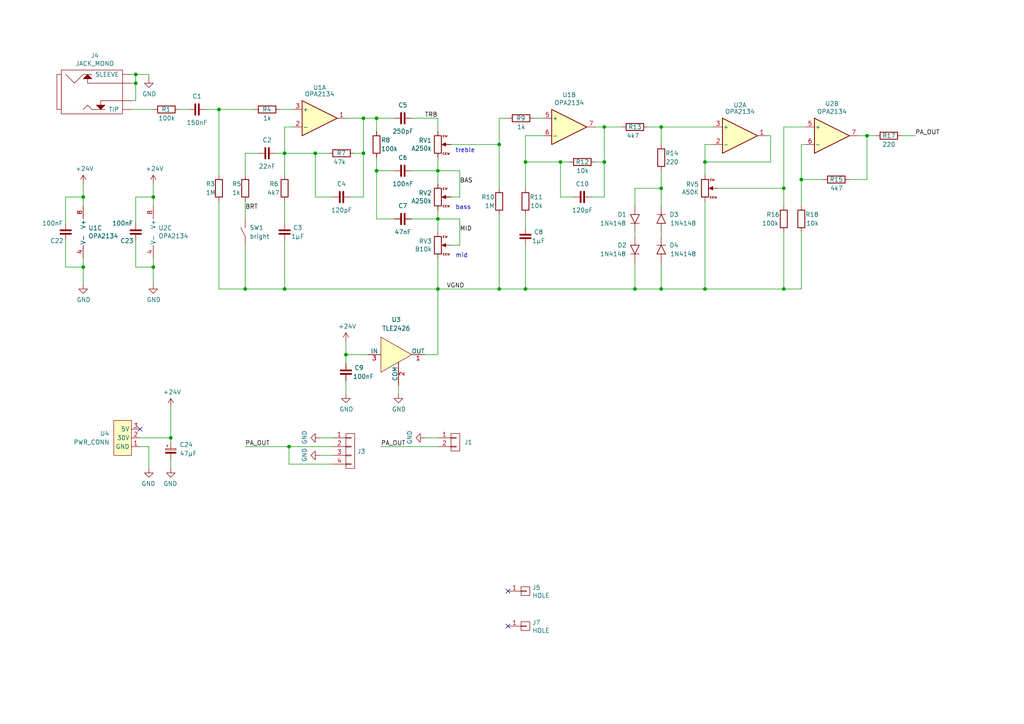
<source format=kicad_sch>
(kicad_sch (version 20211123) (generator eeschema)

  (uuid 127679a9-3981-4934-815e-896a4e3ff56e)

  (paper "A4")

  (lib_symbols
    (symbol "myAmp:1N4148" (pin_numbers hide) (pin_names (offset 1.016) hide) (in_bom yes) (on_board yes)
      (property "Reference" "D" (id 0) (at 0 2.54 0)
        (effects (font (size 1.27 1.27)))
      )
      (property "Value" "1N4148" (id 1) (at 0 -2.54 0)
        (effects (font (size 1.27 1.27)))
      )
      (property "Footprint" "" (id 2) (at 0 0 0)
        (effects (font (size 1.27 1.27)) hide)
      )
      (property "Datasheet" "" (id 3) (at 0 0 0)
        (effects (font (size 1.27 1.27)) hide)
      )
      (symbol "1N4148_0_1"
        (polyline
          (pts
            (xy -1.27 1.27)
            (xy -1.27 -1.27)
          )
          (stroke (width 0) (type default) (color 0 0 0 0))
          (fill (type none))
        )
        (polyline
          (pts
            (xy 1.27 1.27)
            (xy 1.27 -1.27)
            (xy -1.27 0)
            (xy 1.27 1.27)
          )
          (stroke (width 0.2032) (type default) (color 0 0 0 0))
          (fill (type none))
        )
      )
      (symbol "1N4148_1_1"
        (pin passive line (at -3.81 0 0) (length 2.54)
          (name "K" (effects (font (size 1.27 1.27))))
          (number "1" (effects (font (size 1.27 1.27))))
        )
        (pin passive line (at 3.81 0 180) (length 2.54)
          (name "A" (effects (font (size 1.27 1.27))))
          (number "2" (effects (font (size 1.27 1.27))))
        )
      )
    )
    (symbol "myAmp:C" (pin_numbers hide) (pin_names (offset 0.254)) (in_bom yes) (on_board yes)
      (property "Reference" "C" (id 0) (at 0.635 2.54 0)
        (effects (font (size 1.27 1.27)) (justify left))
      )
      (property "Value" "C" (id 1) (at 0.635 -2.54 0)
        (effects (font (size 1.27 1.27)) (justify left))
      )
      (property "Footprint" "" (id 2) (at 0.9652 -3.81 0)
        (effects (font (size 1.27 1.27)) hide)
      )
      (property "Datasheet" "" (id 3) (at 0 0 0)
        (effects (font (size 1.27 1.27)) hide)
      )
      (symbol "C_0_1"
        (polyline
          (pts
            (xy -1.524 -0.508)
            (xy 1.524 -0.508)
          )
          (stroke (width 0.508) (type default) (color 0 0 0 0))
          (fill (type none))
        )
        (polyline
          (pts
            (xy -1.524 0.508)
            (xy 1.524 0.508)
          )
          (stroke (width 0.508) (type default) (color 0 0 0 0))
          (fill (type none))
        )
      )
      (symbol "C_1_1"
        (pin passive line (at 0 2.54 270) (length 1.778)
          (name "~" (effects (font (size 1.27 1.27))))
          (number "1" (effects (font (size 1.27 1.27))))
        )
        (pin passive line (at 0 -2.54 90) (length 1.778)
          (name "~" (effects (font (size 1.27 1.27))))
          (number "2" (effects (font (size 1.27 1.27))))
        )
      )
    )
    (symbol "myAmp:CONN_01X02" (pin_names (offset 1.016) hide) (in_bom yes) (on_board yes)
      (property "Reference" "J" (id 0) (at 0 3.81 0)
        (effects (font (size 1.27 1.27)))
      )
      (property "Value" "CONN_01X02" (id 1) (at 2.54 0 90)
        (effects (font (size 1.27 1.27)) hide)
      )
      (property "Footprint" "" (id 2) (at 0 0 0)
        (effects (font (size 1.27 1.27)) hide)
      )
      (property "Datasheet" "" (id 3) (at 0 0 0)
        (effects (font (size 1.27 1.27)) hide)
      )
      (symbol "CONN_01X02_0_1"
        (rectangle (start -1.27 -1.143) (end 0.254 -1.397)
          (stroke (width 0) (type default) (color 0 0 0 0))
          (fill (type none))
        )
        (rectangle (start -1.27 1.397) (end 0.254 1.143)
          (stroke (width 0) (type default) (color 0 0 0 0))
          (fill (type none))
        )
        (rectangle (start -1.27 2.54) (end 1.27 -2.54)
          (stroke (width 0) (type default) (color 0 0 0 0))
          (fill (type none))
        )
      )
      (symbol "CONN_01X02_1_1"
        (pin passive line (at -5.08 1.27 0) (length 3.81)
          (name "P1" (effects (font (size 1.27 1.27))))
          (number "1" (effects (font (size 1.27 1.27))))
        )
        (pin passive line (at -5.08 -1.27 0) (length 3.81)
          (name "P2" (effects (font (size 1.27 1.27))))
          (number "2" (effects (font (size 1.27 1.27))))
        )
      )
    )
    (symbol "myAmp:CONN_01X04" (pin_names (offset 1.016) hide) (in_bom yes) (on_board yes)
      (property "Reference" "J" (id 0) (at 0 6.35 0)
        (effects (font (size 1.27 1.27)))
      )
      (property "Value" "CONN_01X04" (id 1) (at 2.54 0 90)
        (effects (font (size 1.27 1.27)) hide)
      )
      (property "Footprint" "" (id 2) (at 0 0 0)
        (effects (font (size 1.27 1.27)) hide)
      )
      (property "Datasheet" "" (id 3) (at 0 0 0)
        (effects (font (size 1.27 1.27)) hide)
      )
      (symbol "CONN_01X04_0_1"
        (rectangle (start -1.27 -1.143) (end 0.254 -1.397)
          (stroke (width 0) (type default) (color 0 0 0 0))
          (fill (type none))
        )
        (rectangle (start -1.27 1.397) (end 0.254 1.143)
          (stroke (width 0) (type default) (color 0 0 0 0))
          (fill (type none))
        )
        (rectangle (start -1.27 5.08) (end 1.27 -5.08)
          (stroke (width 0) (type default) (color 0 0 0 0))
          (fill (type none))
        )
      )
      (symbol "CONN_01X04_1_1"
        (rectangle (start -1.27 -3.683) (end 0.254 -3.937)
          (stroke (width 0) (type default) (color 0 0 0 0))
          (fill (type none))
        )
        (rectangle (start -1.27 3.937) (end 0.254 3.683)
          (stroke (width 0) (type default) (color 0 0 0 0))
          (fill (type none))
        )
        (pin passive line (at -5.08 3.81 0) (length 3.81)
          (name "P1" (effects (font (size 1.27 1.27))))
          (number "1" (effects (font (size 1.27 1.27))))
        )
        (pin passive line (at -5.08 1.27 0) (length 3.81)
          (name "P2" (effects (font (size 1.27 1.27))))
          (number "2" (effects (font (size 1.27 1.27))))
        )
        (pin passive line (at -5.08 -1.27 0) (length 3.81)
          (name "~" (effects (font (size 1.27 1.27))))
          (number "3" (effects (font (size 1.27 1.27))))
        )
        (pin passive line (at -5.08 -3.81 0) (length 3.81)
          (name "~" (effects (font (size 1.27 1.27))))
          (number "4" (effects (font (size 1.27 1.27))))
        )
      )
    )
    (symbol "myAmp:CPOL" (pin_numbers hide) (pin_names (offset 0.254) hide) (in_bom yes) (on_board yes)
      (property "Reference" "C" (id 0) (at 0.254 1.778 0)
        (effects (font (size 1.27 1.27)) (justify left))
      )
      (property "Value" "CPOL" (id 1) (at 0.254 -2.032 0)
        (effects (font (size 1.27 1.27)) (justify left))
      )
      (property "Footprint" "" (id 2) (at 0 0 0)
        (effects (font (size 1.27 1.27)) hide)
      )
      (property "Datasheet" "" (id 3) (at 0 0 0)
        (effects (font (size 1.27 1.27)) hide)
      )
      (symbol "CPOL_0_1"
        (rectangle (start -1.524 -0.3048) (end 1.524 -0.6858)
          (stroke (width 0) (type default) (color 0 0 0 0))
          (fill (type outline))
        )
        (rectangle (start -1.524 0.6858) (end 1.524 0.3048)
          (stroke (width 0) (type default) (color 0 0 0 0))
          (fill (type none))
        )
        (polyline
          (pts
            (xy -1.27 1.524)
            (xy -0.762 1.524)
          )
          (stroke (width 0) (type default) (color 0 0 0 0))
          (fill (type none))
        )
        (polyline
          (pts
            (xy -1.016 1.27)
            (xy -1.016 1.778)
          )
          (stroke (width 0) (type default) (color 0 0 0 0))
          (fill (type none))
        )
      )
      (symbol "CPOL_1_1"
        (pin passive line (at 0 2.54 270) (length 1.8542)
          (name "~" (effects (font (size 1.27 1.27))))
          (number "1" (effects (font (size 1.27 1.27))))
        )
        (pin passive line (at 0 -2.54 90) (length 1.8542)
          (name "~" (effects (font (size 1.27 1.27))))
          (number "2" (effects (font (size 1.27 1.27))))
        )
      )
    )
    (symbol "myAmp:HOLE" (pin_names (offset 1.016) hide) (in_bom yes) (on_board yes)
      (property "Reference" "J" (id 0) (at 0 2.54 0)
        (effects (font (size 1.27 1.27)))
      )
      (property "Value" "HOLE" (id 1) (at 2.54 0 90)
        (effects (font (size 1.27 1.27)))
      )
      (property "Footprint" "" (id 2) (at 0 0 0)
        (effects (font (size 1.27 1.27)) hide)
      )
      (property "Datasheet" "" (id 3) (at 0 0 0)
        (effects (font (size 1.27 1.27)) hide)
      )
      (symbol "HOLE_0_1"
        (rectangle (start -1.27 0.127) (end 0.254 -0.127)
          (stroke (width 0) (type default) (color 0 0 0 0))
          (fill (type none))
        )
        (rectangle (start -1.27 1.27) (end 1.27 -1.27)
          (stroke (width 0) (type default) (color 0 0 0 0))
          (fill (type none))
        )
      )
      (symbol "HOLE_1_1"
        (pin passive line (at -5.08 0 0) (length 3.81)
          (name "P1" (effects (font (size 1.27 1.27))))
          (number "1" (effects (font (size 1.27 1.27))))
        )
      )
    )
    (symbol "myAmp:JACK_MONO" (pin_numbers hide) (pin_names (offset 1.016)) (in_bom yes) (on_board yes)
      (property "Reference" "J" (id 0) (at 6.35 7.62 0)
        (effects (font (size 1.27 1.27)))
      )
      (property "Value" "JACK_MONO" (id 1) (at -5.08 7.62 0)
        (effects (font (size 1.27 1.27)))
      )
      (property "Footprint" "" (id 2) (at 6.35 -1.27 0)
        (effects (font (size 1.27 1.27)) hide)
      )
      (property "Datasheet" "" (id 3) (at 2.54 -1.27 0)
        (effects (font (size 1.27 1.27)) hide)
      )
      (symbol "JACK_MONO_0_1"
        (rectangle (start -10.16 5.08) (end -11.43 -5.08)
          (stroke (width 0) (type default) (color 0 0 0 0))
          (fill (type none))
        )
        (polyline
          (pts
            (xy -2.54 5.08)
            (xy -3.81 3.81)
            (xy -1.27 3.81)
            (xy -2.54 5.08)
          )
          (stroke (width 0) (type default) (color 0 0 0 0))
          (fill (type outline))
        )
        (polyline
          (pts
            (xy -2.54 5.08)
            (xy -3.81 5.08)
            (xy -6.35 2.54)
            (xy -8.89 5.08)
          )
          (stroke (width 0) (type default) (color 0 0 0 0))
          (fill (type none))
        )
        (polyline
          (pts
            (xy 0 -3.81)
            (xy 1.27 -5.08)
            (xy 2.54 -3.81)
            (xy 0 -3.81)
          )
          (stroke (width 0) (type default) (color 0 0 0 0))
          (fill (type outline))
        )
        (polyline
          (pts
            (xy 1.27 -5.08)
            (xy -1.27 -5.08)
            (xy -2.54 -3.81)
            (xy -3.81 -5.08)
          )
          (stroke (width 0) (type default) (color 0 0 0 0))
          (fill (type none))
        )
        (polyline
          (pts
            (xy 7.62 -2.54)
            (xy 1.27 -2.54)
            (xy 1.27 -5.08)
            (xy 2.54 -5.08)
          )
          (stroke (width 0) (type default) (color 0 0 0 0))
          (fill (type none))
        )
        (polyline
          (pts
            (xy 7.62 2.54)
            (xy -2.54 2.54)
            (xy -2.54 5.08)
            (xy -1.27 5.08)
          )
          (stroke (width 0) (type default) (color 0 0 0 0))
          (fill (type none))
        )
        (rectangle (start 7.62 6.35) (end -10.16 -6.35)
          (stroke (width 0) (type default) (color 0 0 0 0))
          (fill (type none))
        )
      )
      (symbol "JACK_MONO_1_1"
        (pin output line (at 10.16 2.54 180) (length 2.54)
          (name "~" (effects (font (size 1.27 1.27))))
          (number "1" (effects (font (size 1.27 1.27))))
        )
        (pin output line (at 10.16 -2.54 180) (length 2.54)
          (name "~" (effects (font (size 1.27 1.27))))
          (number "3" (effects (font (size 1.27 1.27))))
        )
        (pin output line (at 10.16 5.08 180) (length 2.54)
          (name "SLEEVE" (effects (font (size 1.27 1.27))))
          (number "4" (effects (font (size 1.27 1.27))))
        )
        (pin output line (at 10.16 -5.08 180) (length 2.54)
          (name "TIP" (effects (font (size 1.27 1.27))))
          (number "6" (effects (font (size 1.27 1.27))))
        )
      )
    )
    (symbol "myAmp:NE5532" (pin_names (offset 0.127)) (in_bom yes) (on_board yes)
      (property "Reference" "U" (id 0) (at 0 5.08 0)
        (effects (font (size 1.27 1.27)) (justify left))
      )
      (property "Value" "NE5532" (id 1) (at 0 -5.08 0)
        (effects (font (size 1.27 1.27)) (justify left))
      )
      (property "Footprint" "" (id 2) (at 0 0 0)
        (effects (font (size 1.27 1.27)) hide)
      )
      (property "Datasheet" "" (id 3) (at 0 0 0)
        (effects (font (size 1.27 1.27)) hide)
      )
      (property "ki_locked" "" (id 4) (at 0 0 0)
        (effects (font (size 1.27 1.27)))
      )
      (property "ki_fp_filters" "SOIC*3.9x4.9mm*P1.27mm* DIP*W7.62mm* TO*99* OnSemi*Micro8* TSSOP*3x3mm*P0.65mm* TSSOP*4.4x3mm*P0.65mm* MSOP*3x3mm*P0.65mm* SSOP*3.9x4.9mm*P0.635mm* LFCSP*2x2mm*P0.5mm* *SIP* SOIC*5.3x6.2mm*P1.27mm*" (id 5) (at 0 0 0)
        (effects (font (size 1.27 1.27)) hide)
      )
      (symbol "NE5532_1_1"
        (polyline
          (pts
            (xy -5.08 5.08)
            (xy 5.08 0)
            (xy -5.08 -5.08)
            (xy -5.08 5.08)
          )
          (stroke (width 0.254) (type default) (color 0 0 0 0))
          (fill (type background))
        )
        (pin output line (at 7.62 0 180) (length 2.54)
          (name "~" (effects (font (size 1.27 1.27))))
          (number "1" (effects (font (size 1.27 1.27))))
        )
        (pin input line (at -7.62 -2.54 0) (length 2.54)
          (name "-" (effects (font (size 1.27 1.27))))
          (number "2" (effects (font (size 1.27 1.27))))
        )
        (pin input line (at -7.62 2.54 0) (length 2.54)
          (name "+" (effects (font (size 1.27 1.27))))
          (number "3" (effects (font (size 1.27 1.27))))
        )
      )
      (symbol "NE5532_2_1"
        (polyline
          (pts
            (xy -5.08 5.08)
            (xy 5.08 0)
            (xy -5.08 -5.08)
            (xy -5.08 5.08)
          )
          (stroke (width 0.254) (type default) (color 0 0 0 0))
          (fill (type background))
        )
        (pin input line (at -7.62 2.54 0) (length 2.54)
          (name "+" (effects (font (size 1.27 1.27))))
          (number "5" (effects (font (size 1.27 1.27))))
        )
        (pin input line (at -7.62 -2.54 0) (length 2.54)
          (name "-" (effects (font (size 1.27 1.27))))
          (number "6" (effects (font (size 1.27 1.27))))
        )
        (pin output line (at 7.62 0 180) (length 2.54)
          (name "~" (effects (font (size 1.27 1.27))))
          (number "7" (effects (font (size 1.27 1.27))))
        )
      )
      (symbol "NE5532_3_1"
        (pin power_in line (at -2.54 -7.62 90) (length 3.81)
          (name "V-" (effects (font (size 1.27 1.27))))
          (number "4" (effects (font (size 1.27 1.27))))
        )
        (pin power_in line (at -2.54 7.62 270) (length 3.81)
          (name "V+" (effects (font (size 1.27 1.27))))
          (number "8" (effects (font (size 1.27 1.27))))
        )
      )
    )
    (symbol "myAmp:OPAMP" (pin_names (offset 0.127)) (in_bom yes) (on_board yes)
      (property "Reference" "U" (id 0) (at 0 5.08 0)
        (effects (font (size 1.27 1.27)) (justify left))
      )
      (property "Value" "OPAMP" (id 1) (at 0 -5.08 0)
        (effects (font (size 1.27 1.27)) (justify left))
      )
      (property "Footprint" "" (id 2) (at 0 0 0)
        (effects (font (size 1.27 1.27)) hide)
      )
      (property "Datasheet" "" (id 3) (at 0 0 0)
        (effects (font (size 1.27 1.27)) hide)
      )
      (property "ki_locked" "" (id 4) (at 0 0 0)
        (effects (font (size 1.27 1.27)))
      )
      (property "ki_fp_filters" "SOIC*3.9x4.9mm*P1.27mm* DIP*W7.62mm* TO*99* OnSemi*Micro8* TSSOP*3x3mm*P0.65mm* TSSOP*4.4x3mm*P0.65mm* MSOP*3x3mm*P0.65mm* SSOP*3.9x4.9mm*P0.635mm* LFCSP*2x2mm*P0.5mm* *SIP* SOIC*5.3x6.2mm*P1.27mm*" (id 5) (at 0 0 0)
        (effects (font (size 1.27 1.27)) hide)
      )
      (symbol "OPAMP_1_1"
        (polyline
          (pts
            (xy -5.08 5.08)
            (xy 5.08 0)
            (xy -5.08 -5.08)
            (xy -5.08 5.08)
          )
          (stroke (width 0.254) (type default) (color 0 0 0 0))
          (fill (type background))
        )
        (pin output line (at 7.62 0 180) (length 2.54)
          (name "~" (effects (font (size 1.27 1.27))))
          (number "1" (effects (font (size 1.27 1.27))))
        )
        (pin input line (at -7.62 -2.54 0) (length 2.54)
          (name "-" (effects (font (size 1.27 1.27))))
          (number "2" (effects (font (size 1.27 1.27))))
        )
        (pin input line (at -7.62 2.54 0) (length 2.54)
          (name "+" (effects (font (size 1.27 1.27))))
          (number "3" (effects (font (size 1.27 1.27))))
        )
      )
      (symbol "OPAMP_2_1"
        (polyline
          (pts
            (xy -5.08 5.08)
            (xy 5.08 0)
            (xy -5.08 -5.08)
            (xy -5.08 5.08)
          )
          (stroke (width 0.254) (type default) (color 0 0 0 0))
          (fill (type background))
        )
        (pin input line (at -7.62 2.54 0) (length 2.54)
          (name "+" (effects (font (size 1.27 1.27))))
          (number "5" (effects (font (size 1.27 1.27))))
        )
        (pin input line (at -7.62 -2.54 0) (length 2.54)
          (name "-" (effects (font (size 1.27 1.27))))
          (number "6" (effects (font (size 1.27 1.27))))
        )
        (pin output line (at 7.62 0 180) (length 2.54)
          (name "~" (effects (font (size 1.27 1.27))))
          (number "7" (effects (font (size 1.27 1.27))))
        )
      )
      (symbol "OPAMP_3_1"
        (pin power_in line (at -2.54 -7.62 90) (length 3.81)
          (name "V-" (effects (font (size 1.27 1.27))))
          (number "4" (effects (font (size 1.27 1.27))))
        )
        (pin power_in line (at -2.54 7.62 270) (length 3.81)
          (name "V+" (effects (font (size 1.27 1.27))))
          (number "8" (effects (font (size 1.27 1.27))))
        )
      )
    )
    (symbol "myAmp:PWR_CONN" (in_bom yes) (on_board yes)
      (property "Reference" "U" (id 0) (at -1.27 6.35 0)
        (effects (font (size 1.27 1.27)))
      )
      (property "Value" "PWR_CONN" (id 1) (at -1.27 -6.35 0)
        (effects (font (size 1.27 1.27)))
      )
      (property "Footprint" "" (id 2) (at 2.54 -1.27 0)
        (effects (font (size 1.27 1.27)) hide)
      )
      (property "Datasheet" "" (id 3) (at 2.54 -1.27 0)
        (effects (font (size 1.27 1.27)) hide)
      )
      (symbol "PWR_CONN_0_1"
        (rectangle (start -3.81 5.08) (end 1.27 -5.08)
          (stroke (width 0) (type default) (color 0 0 0 0))
          (fill (type background))
        )
      )
      (symbol "PWR_CONN_1_1"
        (pin passive line (at 3.81 2.54 180) (length 2.54)
          (name "GND" (effects (font (size 1.27 1.27))))
          (number "1" (effects (font (size 1.27 1.27))))
        )
        (pin passive line (at 3.81 0 180) (length 2.54)
          (name "30V" (effects (font (size 1.27 1.27))))
          (number "2" (effects (font (size 1.27 1.27))))
        )
        (pin passive line (at 3.81 -2.54 180) (length 2.54)
          (name "5V" (effects (font (size 1.27 1.27))))
          (number "3" (effects (font (size 1.27 1.27))))
        )
      )
    )
    (symbol "myAmp:R" (pin_numbers hide) (pin_names (offset 0)) (in_bom yes) (on_board yes)
      (property "Reference" "R" (id 0) (at 2.032 0 90)
        (effects (font (size 1.27 1.27)))
      )
      (property "Value" "R" (id 1) (at 0 0 90)
        (effects (font (size 1.27 1.27)))
      )
      (property "Footprint" "" (id 2) (at -1.778 0 90)
        (effects (font (size 1.27 1.27)) hide)
      )
      (property "Datasheet" "" (id 3) (at 0 0 0)
        (effects (font (size 1.27 1.27)) hide)
      )
      (property "ki_fp_filters" "R_*" (id 4) (at 0 0 0)
        (effects (font (size 1.27 1.27)) hide)
      )
      (symbol "R_0_1"
        (rectangle (start -1.016 -2.54) (end 1.016 2.54)
          (stroke (width 0.254) (type default) (color 0 0 0 0))
          (fill (type none))
        )
      )
      (symbol "R_1_1"
        (pin passive line (at 0 3.81 270) (length 1.27)
          (name "~" (effects (font (size 1.27 1.27))))
          (number "1" (effects (font (size 1.27 1.27))))
        )
        (pin passive line (at 0 -3.81 90) (length 1.27)
          (name "~" (effects (font (size 1.27 1.27))))
          (number "2" (effects (font (size 1.27 1.27))))
        )
      )
    )
    (symbol "myAmp:R_POT" (pin_numbers hide) (pin_names (offset 1.016) hide) (in_bom yes) (on_board yes)
      (property "Reference" "RV" (id 0) (at -4.445 0 90)
        (effects (font (size 1.27 1.27)))
      )
      (property "Value" "R_POT" (id 1) (at -2.54 0 90)
        (effects (font (size 1.27 1.27)))
      )
      (property "Footprint" "" (id 2) (at 0 0 0)
        (effects (font (size 1.27 1.27)) hide)
      )
      (property "Datasheet" "" (id 3) (at -3.81 -3.81 0)
        (effects (font (size 1.27 1.27)) hide)
      )
      (property "ki_fp_filters" "Potentiometer*" (id 4) (at 0 0 0)
        (effects (font (size 1.27 1.27)) hide)
      )
      (symbol "R_POT_0_0"
        (text "ccw" (at 1.27 2.54 0)
          (effects (font (size 0.762 0.762)) (justify left))
        )
        (text "cw" (at 1.27 -2.54 0)
          (effects (font (size 0.762 0.762)) (justify left))
        )
      )
      (symbol "R_POT_0_1"
        (polyline
          (pts
            (xy 1.143 0)
            (xy 2.286 0.508)
            (xy 2.286 -0.508)
            (xy 1.143 0)
          )
          (stroke (width 0) (type default) (color 0 0 0 0))
          (fill (type outline))
        )
        (rectangle (start 1.016 2.54) (end -1.016 -2.54)
          (stroke (width 0.254) (type default) (color 0 0 0 0))
          (fill (type none))
        )
      )
      (symbol "R_POT_1_1"
        (pin passive line (at 0 3.81 270) (length 1.27)
          (name "1" (effects (font (size 1.27 1.27))))
          (number "1" (effects (font (size 1.27 1.27))))
        )
        (pin passive line (at 3.81 0 180) (length 2.032)
          (name "2" (effects (font (size 1.27 1.27))))
          (number "2" (effects (font (size 1.27 1.27))))
        )
        (pin passive line (at 0 -3.81 90) (length 1.27)
          (name "3" (effects (font (size 1.27 1.27))))
          (number "3" (effects (font (size 1.27 1.27))))
        )
      )
    )
    (symbol "myAmp:SW_SIMPLE" (pin_numbers hide) (pin_names (offset 1.016) hide) (in_bom yes) (on_board yes)
      (property "Reference" "SW" (id 0) (at 0 -1.27 0)
        (effects (font (size 1.27 1.27)))
      )
      (property "Value" "SW_SIMPLE" (id 1) (at 0 2.54 0)
        (effects (font (size 1.27 1.27)))
      )
      (property "Footprint" "" (id 2) (at 0 0 0)
        (effects (font (size 1.524 1.524)))
      )
      (property "Datasheet" "" (id 3) (at 0 0 0)
        (effects (font (size 1.524 1.524)))
      )
      (symbol "SW_SIMPLE_0_1"
        (polyline
          (pts
            (xy -1.27 0)
            (xy 1.27 1.27)
          )
          (stroke (width 0) (type default) (color 0 0 0 0))
          (fill (type none))
        )
      )
      (symbol "SW_SIMPLE_1_1"
        (pin passive line (at -3.81 0 0) (length 2.54)
          (name "~" (effects (font (size 1.27 1.27))))
          (number "1" (effects (font (size 1.27 1.27))))
        )
        (pin passive line (at 3.81 0 180) (length 2.54)
          (name "~" (effects (font (size 1.27 1.27))))
          (number "2" (effects (font (size 1.27 1.27))))
        )
      )
    )
    (symbol "myAmp:TL072" (pin_names (offset 0.127)) (in_bom yes) (on_board yes)
      (property "Reference" "U" (id 0) (at 0 5.08 0)
        (effects (font (size 1.27 1.27)) (justify left))
      )
      (property "Value" "TL072" (id 1) (at 0 -5.08 0)
        (effects (font (size 1.27 1.27)) (justify left))
      )
      (property "Footprint" "" (id 2) (at 0 0 0)
        (effects (font (size 1.27 1.27)) hide)
      )
      (property "Datasheet" "" (id 3) (at 0 0 0)
        (effects (font (size 1.27 1.27)) hide)
      )
      (property "ki_locked" "" (id 4) (at 0 0 0)
        (effects (font (size 1.27 1.27)))
      )
      (property "ki_fp_filters" "SOIC*3.9x4.9mm*P1.27mm* DIP*W7.62mm* TO*99* OnSemi*Micro8* TSSOP*3x3mm*P0.65mm* TSSOP*4.4x3mm*P0.65mm* MSOP*3x3mm*P0.65mm* SSOP*3.9x4.9mm*P0.635mm* LFCSP*2x2mm*P0.5mm* *SIP* SOIC*5.3x6.2mm*P1.27mm*" (id 5) (at 0 0 0)
        (effects (font (size 1.27 1.27)) hide)
      )
      (symbol "TL072_1_1"
        (polyline
          (pts
            (xy -5.08 5.08)
            (xy 5.08 0)
            (xy -5.08 -5.08)
            (xy -5.08 5.08)
          )
          (stroke (width 0.254) (type default) (color 0 0 0 0))
          (fill (type background))
        )
        (pin output line (at 7.62 0 180) (length 2.54)
          (name "~" (effects (font (size 1.27 1.27))))
          (number "1" (effects (font (size 1.27 1.27))))
        )
        (pin input line (at -7.62 -2.54 0) (length 2.54)
          (name "-" (effects (font (size 1.27 1.27))))
          (number "2" (effects (font (size 1.27 1.27))))
        )
        (pin input line (at -7.62 2.54 0) (length 2.54)
          (name "+" (effects (font (size 1.27 1.27))))
          (number "3" (effects (font (size 1.27 1.27))))
        )
      )
      (symbol "TL072_2_1"
        (polyline
          (pts
            (xy -5.08 5.08)
            (xy 5.08 0)
            (xy -5.08 -5.08)
            (xy -5.08 5.08)
          )
          (stroke (width 0.254) (type default) (color 0 0 0 0))
          (fill (type background))
        )
        (pin input line (at -7.62 2.54 0) (length 2.54)
          (name "+" (effects (font (size 1.27 1.27))))
          (number "5" (effects (font (size 1.27 1.27))))
        )
        (pin input line (at -7.62 -2.54 0) (length 2.54)
          (name "-" (effects (font (size 1.27 1.27))))
          (number "6" (effects (font (size 1.27 1.27))))
        )
        (pin output line (at 7.62 0 180) (length 2.54)
          (name "~" (effects (font (size 1.27 1.27))))
          (number "7" (effects (font (size 1.27 1.27))))
        )
      )
      (symbol "TL072_3_1"
        (pin power_in line (at -2.54 -7.62 90) (length 3.81)
          (name "V-" (effects (font (size 1.27 1.27))))
          (number "4" (effects (font (size 1.27 1.27))))
        )
        (pin power_in line (at -2.54 7.62 270) (length 3.81)
          (name "V+" (effects (font (size 1.27 1.27))))
          (number "8" (effects (font (size 1.27 1.27))))
        )
      )
    )
    (symbol "myAmp:TLE2426" (pin_names (offset 0)) (in_bom yes) (on_board yes)
      (property "Reference" "U" (id 0) (at -6.35 -6.35 0)
        (effects (font (size 1.27 1.27)))
      )
      (property "Value" "TLE2426" (id 1) (at 1.27 5.08 0)
        (effects (font (size 1.27 1.27)))
      )
      (property "Footprint" "" (id 2) (at -15.24 -5.08 0)
        (effects (font (size 1.27 1.27)) hide)
      )
      (property "Datasheet" "" (id 3) (at -15.24 -5.08 0)
        (effects (font (size 1.27 1.27)) hide)
      )
      (symbol "TLE2426_0_1"
        (polyline
          (pts
            (xy -5.08 5.08)
            (xy -5.08 -5.08)
            (xy 3.81 0)
            (xy -5.08 5.08)
          )
          (stroke (width 0) (type default) (color 0 0 0 0))
          (fill (type background))
        )
      )
      (symbol "TLE2426_1_1"
        (pin input line (at 7.62 0 180) (length 3.81)
          (name "OUT" (effects (font (size 1.27 1.27))))
          (number "1" (effects (font (size 1.27 1.27))))
        )
        (pin input line (at 0 -8.89 90) (length 6.7056)
          (name "COM" (effects (font (size 1.27 1.27))))
          (number "2" (effects (font (size 1.27 1.27))))
        )
        (pin input line (at -8.89 0 0) (length 3.81)
          (name "IN" (effects (font (size 1.27 1.27))))
          (number "3" (effects (font (size 1.27 1.27))))
        )
      )
    )
    (symbol "power:+24V" (power) (pin_names (offset 0)) (in_bom yes) (on_board yes)
      (property "Reference" "#PWR" (id 0) (at 0 -3.81 0)
        (effects (font (size 1.27 1.27)) hide)
      )
      (property "Value" "+24V" (id 1) (at 0 3.556 0)
        (effects (font (size 1.27 1.27)))
      )
      (property "Footprint" "" (id 2) (at 0 0 0)
        (effects (font (size 1.27 1.27)) hide)
      )
      (property "Datasheet" "" (id 3) (at 0 0 0)
        (effects (font (size 1.27 1.27)) hide)
      )
      (property "ki_keywords" "power-flag" (id 4) (at 0 0 0)
        (effects (font (size 1.27 1.27)) hide)
      )
      (property "ki_description" "Power symbol creates a global label with name \"+24V\"" (id 5) (at 0 0 0)
        (effects (font (size 1.27 1.27)) hide)
      )
      (symbol "+24V_0_1"
        (polyline
          (pts
            (xy -0.762 1.27)
            (xy 0 2.54)
          )
          (stroke (width 0) (type default) (color 0 0 0 0))
          (fill (type none))
        )
        (polyline
          (pts
            (xy 0 0)
            (xy 0 2.54)
          )
          (stroke (width 0) (type default) (color 0 0 0 0))
          (fill (type none))
        )
        (polyline
          (pts
            (xy 0 2.54)
            (xy 0.762 1.27)
          )
          (stroke (width 0) (type default) (color 0 0 0 0))
          (fill (type none))
        )
      )
      (symbol "+24V_1_1"
        (pin power_in line (at 0 0 90) (length 0) hide
          (name "+24V" (effects (font (size 1.27 1.27))))
          (number "1" (effects (font (size 1.27 1.27))))
        )
      )
    )
    (symbol "power:GND" (power) (pin_names (offset 0)) (in_bom yes) (on_board yes)
      (property "Reference" "#PWR" (id 0) (at 0 -6.35 0)
        (effects (font (size 1.27 1.27)) hide)
      )
      (property "Value" "GND" (id 1) (at 0 -3.81 0)
        (effects (font (size 1.27 1.27)))
      )
      (property "Footprint" "" (id 2) (at 0 0 0)
        (effects (font (size 1.27 1.27)) hide)
      )
      (property "Datasheet" "" (id 3) (at 0 0 0)
        (effects (font (size 1.27 1.27)) hide)
      )
      (property "ki_keywords" "power-flag" (id 4) (at 0 0 0)
        (effects (font (size 1.27 1.27)) hide)
      )
      (property "ki_description" "Power symbol creates a global label with name \"GND\" , ground" (id 5) (at 0 0 0)
        (effects (font (size 1.27 1.27)) hide)
      )
      (symbol "GND_0_1"
        (polyline
          (pts
            (xy 0 0)
            (xy 0 -1.27)
            (xy 1.27 -1.27)
            (xy 0 -2.54)
            (xy -1.27 -1.27)
            (xy 0 -1.27)
          )
          (stroke (width 0) (type default) (color 0 0 0 0))
          (fill (type none))
        )
      )
      (symbol "GND_1_1"
        (pin power_in line (at 0 0 270) (length 0) hide
          (name "GND" (effects (font (size 1.27 1.27))))
          (number "1" (effects (font (size 1.27 1.27))))
        )
      )
    )
  )

  (junction (at 152.4 83.82) (diameter 0) (color 0 0 0 0)
    (uuid 02b48012-b61b-420d-9ffd-c2c71df8794e)
  )
  (junction (at 24.13 77.47) (diameter 0) (color 0 0 0 0)
    (uuid 1bf544e3-5940-4576-9291-2464e95c0ee2)
  )
  (junction (at 251.46 39.37) (diameter 0) (color 0 0 0 0)
    (uuid 1c6e2201-dd25-47eb-a357-d6fddbc18c0c)
  )
  (junction (at 105.41 34.29) (diameter 0) (color 0 0 0 0)
    (uuid 20a4cc7c-8446-43bd-8963-3c828f029cb3)
  )
  (junction (at 83.82 129.54) (diameter 0) (color 0 0 0 0)
    (uuid 240c10af-51b5-420e-a6f4-a2c8f5db1db5)
  )
  (junction (at 71.12 83.82) (diameter 0) (color 0 0 0 0)
    (uuid 2b75019f-c44d-4771-9762-fa1be8f04dca)
  )
  (junction (at 162.56 46.99) (diameter 0) (color 0 0 0 0)
    (uuid 3000e8af-7f4e-4524-958d-d5aaccf6f8b4)
  )
  (junction (at 109.22 49.53) (diameter 0) (color 0 0 0 0)
    (uuid 31540a7e-dc9e-4e4d-96b1-dab15efa5f4b)
  )
  (junction (at 227.33 83.82) (diameter 0) (color 0 0 0 0)
    (uuid 44fd741d-c7b8-47a9-a85d-316415869542)
  )
  (junction (at 204.47 46.99) (diameter 0) (color 0 0 0 0)
    (uuid 4cd9d763-dac1-4fc3-a762-5eed2fd52aad)
  )
  (junction (at 127 83.82) (diameter 0) (color 0 0 0 0)
    (uuid 5120ac2c-1540-48ad-8a7e-2a0f06bc5567)
  )
  (junction (at 63.5 31.75) (diameter 0) (color 0 0 0 0)
    (uuid 51c6a685-e06e-4f91-9655-1f220091abd5)
  )
  (junction (at 232.41 52.07) (diameter 0) (color 0 0 0 0)
    (uuid 601ea992-cba5-41e1-b883-4255c56913d7)
  )
  (junction (at 127 49.53) (diameter 0) (color 0 0 0 0)
    (uuid 6bf05d19-ba3e-4ba6-8a6f-4e0bc45ea3b2)
  )
  (junction (at 39.37 24.13) (diameter 0) (color 0 0 0 0)
    (uuid 6c22b179-df6a-41ea-b2b7-5dfa24389056)
  )
  (junction (at 49.53 127) (diameter 0) (color 0 0 0 0)
    (uuid 72131c36-3fc8-4527-8cdc-37460a378324)
  )
  (junction (at 175.26 46.99) (diameter 0) (color 0 0 0 0)
    (uuid 72a89ca7-c96a-41fc-8124-926ac7c7ab09)
  )
  (junction (at 44.45 77.47) (diameter 0) (color 0 0 0 0)
    (uuid 7fcf2b67-e5ee-4c05-a0ca-74cb8402a403)
  )
  (junction (at 105.41 44.45) (diameter 0) (color 0 0 0 0)
    (uuid 88902f8c-57c5-4b87-8f2a-4050cc7e1df2)
  )
  (junction (at 82.55 83.82) (diameter 0) (color 0 0 0 0)
    (uuid 991d5b5f-7e98-4a1b-9fcc-d2c6fdb2588a)
  )
  (junction (at 227.33 54.61) (diameter 0) (color 0 0 0 0)
    (uuid 9c33c80d-ce65-46ca-a63e-e44f69650d50)
  )
  (junction (at 175.26 36.83) (diameter 0) (color 0 0 0 0)
    (uuid 9fc85979-b8ad-47ba-9da8-70c09dbad7ce)
  )
  (junction (at 82.55 44.45) (diameter 0) (color 0 0 0 0)
    (uuid a16530cc-5f1c-43ea-82bb-85e6ee702f24)
  )
  (junction (at 91.44 44.45) (diameter 0) (color 0 0 0 0)
    (uuid a3de692f-76db-4a42-9fd2-44609668c541)
  )
  (junction (at 191.77 36.83) (diameter 0) (color 0 0 0 0)
    (uuid a567ad4c-149f-4a45-bbd1-2ce13350ded1)
  )
  (junction (at 191.77 54.61) (diameter 0) (color 0 0 0 0)
    (uuid af76db07-9f0f-45ea-87a6-e7278e52436e)
  )
  (junction (at 191.77 83.82) (diameter 0) (color 0 0 0 0)
    (uuid b3e10045-cc0e-4066-a7df-9a370bacd05f)
  )
  (junction (at 144.78 83.82) (diameter 0) (color 0 0 0 0)
    (uuid c0f76fd4-66cf-4659-9416-d15eac05e60e)
  )
  (junction (at 39.37 21.59) (diameter 0) (color 0 0 0 0)
    (uuid c2414441-fa63-4714-b20b-c01435fc55e5)
  )
  (junction (at 24.13 57.15) (diameter 0) (color 0 0 0 0)
    (uuid c701ee8e-1214-4781-a973-17bef7b6e3eb)
  )
  (junction (at 184.15 83.82) (diameter 0) (color 0 0 0 0)
    (uuid c8d6f05e-0380-44d0-af54-53e9c78359ac)
  )
  (junction (at 109.22 34.29) (diameter 0) (color 0 0 0 0)
    (uuid d1e48ed2-6ee7-473f-a606-f4dfa977f1b2)
  )
  (junction (at 100.33 102.87) (diameter 0) (color 0 0 0 0)
    (uuid df9b9ec2-83ad-48ab-a905-bc2af728c9d3)
  )
  (junction (at 44.45 57.15) (diameter 0) (color 0 0 0 0)
    (uuid e361ac26-6c12-4b0f-9613-4b5c6c279d70)
  )
  (junction (at 127 63.5) (diameter 0) (color 0 0 0 0)
    (uuid e54e5e19-1deb-49a9-8629-617db8e434c0)
  )
  (junction (at 152.4 46.99) (diameter 0) (color 0 0 0 0)
    (uuid ec1a36c0-cd44-405f-b77c-9c05de0f88fe)
  )
  (junction (at 204.47 83.82) (diameter 0) (color 0 0 0 0)
    (uuid f31a4755-238a-41c6-9934-694a238d925e)
  )
  (junction (at 144.78 41.91) (diameter 0) (color 0 0 0 0)
    (uuid ff1b3123-ad3f-451b-816d-594eeb2739d5)
  )

  (no_connect (at 147.32 181.61) (uuid 7f2c9904-545b-4337-acd6-8707e0924818))
  (no_connect (at 147.32 171.45) (uuid 7f2c9904-545b-4337-acd6-8707e0924819))
  (no_connect (at 40.64 124.46) (uuid e074b83c-59f9-462b-804a-6358057b76e9))

  (wire (pts (xy 81.28 31.75) (xy 85.09 31.75))
    (stroke (width 0) (type default) (color 0 0 0 0))
    (uuid 0209c984-2ba8-4798-b639-bcfe8a6f8788)
  )
  (wire (pts (xy 39.37 21.59) (xy 39.37 24.13))
    (stroke (width 0) (type default) (color 0 0 0 0))
    (uuid 05588646-a045-4425-ae0b-38ff8cd7c7d2)
  )
  (wire (pts (xy 71.12 58.42) (xy 71.12 63.5))
    (stroke (width 0) (type default) (color 0 0 0 0))
    (uuid 056eb3ee-eb4d-47be-a388-f62d5e216bb6)
  )
  (wire (pts (xy 133.35 57.15) (xy 130.81 57.15))
    (stroke (width 0) (type default) (color 0 0 0 0))
    (uuid 065b9982-55f2-4822-977e-07e8a06e7b35)
  )
  (wire (pts (xy 172.72 46.99) (xy 175.26 46.99))
    (stroke (width 0) (type default) (color 0 0 0 0))
    (uuid 07243188-141c-479f-a116-1c75a00e92a6)
  )
  (wire (pts (xy 227.33 54.61) (xy 227.33 59.69))
    (stroke (width 0) (type default) (color 0 0 0 0))
    (uuid 072f2e61-285a-4beb-b526-17dea6c83dae)
  )
  (wire (pts (xy 144.78 41.91) (xy 144.78 54.61))
    (stroke (width 0) (type default) (color 0 0 0 0))
    (uuid 084c92c3-a5e3-44d1-82f2-d60dadb2cc99)
  )
  (wire (pts (xy 152.4 46.99) (xy 162.56 46.99))
    (stroke (width 0) (type default) (color 0 0 0 0))
    (uuid 0acf51f6-ba71-4656-8db1-57c4b25ce00f)
  )
  (wire (pts (xy 38.1 31.75) (xy 44.45 31.75))
    (stroke (width 0) (type default) (color 0 0 0 0))
    (uuid 0b3ee217-194d-47ff-84f0-f09f51e52aa8)
  )
  (wire (pts (xy 71.12 83.82) (xy 63.5 83.82))
    (stroke (width 0) (type default) (color 0 0 0 0))
    (uuid 0baa20d6-a63b-4fc0-a3b7-7b97cd304b73)
  )
  (wire (pts (xy 40.64 129.54) (xy 43.18 129.54))
    (stroke (width 0) (type default) (color 0 0 0 0))
    (uuid 0e0c8a01-765f-452a-ae0e-9bbf9ac4e385)
  )
  (wire (pts (xy 109.22 63.5) (xy 114.3 63.5))
    (stroke (width 0) (type default) (color 0 0 0 0))
    (uuid 109caac1-5036-4f23-9a66-f569d871501b)
  )
  (wire (pts (xy 184.15 83.82) (xy 152.4 83.82))
    (stroke (width 0) (type default) (color 0 0 0 0))
    (uuid 11ab9bd7-dcc2-40b6-87f4-08578c17460b)
  )
  (wire (pts (xy 44.45 82.55) (xy 44.45 77.47))
    (stroke (width 0) (type default) (color 0 0 0 0))
    (uuid 122670de-2990-481a-87d5-9f7cd6d363a7)
  )
  (wire (pts (xy 152.4 39.37) (xy 152.4 46.99))
    (stroke (width 0) (type default) (color 0 0 0 0))
    (uuid 13293f2e-0971-43db-88ba-654b68413f15)
  )
  (wire (pts (xy 233.68 41.91) (xy 232.41 41.91))
    (stroke (width 0) (type default) (color 0 0 0 0))
    (uuid 15788a29-2735-4615-9b9a-78145a80aa32)
  )
  (wire (pts (xy 204.47 83.82) (xy 191.77 83.82))
    (stroke (width 0) (type default) (color 0 0 0 0))
    (uuid 15d2db84-88f0-4792-89d9-55c1752729b9)
  )
  (wire (pts (xy 109.22 49.53) (xy 109.22 63.5))
    (stroke (width 0) (type default) (color 0 0 0 0))
    (uuid 19b0959e-a79b-43b2-a5ad-525ced7e9131)
  )
  (wire (pts (xy 24.13 57.15) (xy 24.13 59.69))
    (stroke (width 0) (type default) (color 0 0 0 0))
    (uuid 1a1ab354-5f85-45f9-938c-9f6c4c8c3ea2)
  )
  (wire (pts (xy 123.19 127) (xy 127 127))
    (stroke (width 0) (type default) (color 0 0 0 0))
    (uuid 1c9727c1-e4fa-4b87-a346-acf000f6e290)
  )
  (wire (pts (xy 39.37 21.59) (xy 43.18 21.59))
    (stroke (width 0) (type default) (color 0 0 0 0))
    (uuid 1cf73e99-6644-43f1-9605-1bcc63c4ca9a)
  )
  (wire (pts (xy 39.37 64.77) (xy 39.37 57.15))
    (stroke (width 0) (type default) (color 0 0 0 0))
    (uuid 1d7597d3-3c30-4b14-ae05-54b4ee673f9a)
  )
  (wire (pts (xy 92.71 127) (xy 96.52 127))
    (stroke (width 0) (type default) (color 0 0 0 0))
    (uuid 1e8701fc-ad24-40ea-846a-e3db538d6077)
  )
  (wire (pts (xy 82.55 69.85) (xy 82.55 83.82))
    (stroke (width 0) (type default) (color 0 0 0 0))
    (uuid 2054afe9-1023-4c0e-9760-2e172b3ea5eb)
  )
  (wire (pts (xy 43.18 21.59) (xy 43.18 22.86))
    (stroke (width 0) (type default) (color 0 0 0 0))
    (uuid 230701e8-fad9-4b38-95f5-0115bb3e58b3)
  )
  (wire (pts (xy 127 49.53) (xy 127 53.34))
    (stroke (width 0) (type default) (color 0 0 0 0))
    (uuid 25e5aa8e-2696-44a3-8d3c-c2c53f2923cf)
  )
  (wire (pts (xy 152.4 83.82) (xy 144.78 83.82))
    (stroke (width 0) (type default) (color 0 0 0 0))
    (uuid 2b1e1ad7-1294-4cf4-a018-6ac6c107ef0a)
  )
  (wire (pts (xy 119.38 34.29) (xy 127 34.29))
    (stroke (width 0) (type default) (color 0 0 0 0))
    (uuid 2dc54bac-8640-4dd7-b8ed-3c7acb01a8ea)
  )
  (wire (pts (xy 43.18 129.54) (xy 43.18 135.89))
    (stroke (width 0) (type default) (color 0 0 0 0))
    (uuid 2f9ba1b5-5413-49f8-a374-7a4f322ebcd4)
  )
  (wire (pts (xy 251.46 39.37) (xy 254 39.37))
    (stroke (width 0) (type default) (color 0 0 0 0))
    (uuid 302b35e4-6670-451d-a393-9bd0d52c33af)
  )
  (wire (pts (xy 246.38 52.07) (xy 251.46 52.07))
    (stroke (width 0) (type default) (color 0 0 0 0))
    (uuid 308a0fa9-8953-4bd4-87b3-d3a12b03d857)
  )
  (wire (pts (xy 157.48 39.37) (xy 152.4 39.37))
    (stroke (width 0) (type default) (color 0 0 0 0))
    (uuid 313fe34f-cb79-463f-acab-1f09917b4be4)
  )
  (wire (pts (xy 232.41 67.31) (xy 232.41 83.82))
    (stroke (width 0) (type default) (color 0 0 0 0))
    (uuid 38c2c5e2-fb3f-4f7a-b0de-e1e4aedcef1e)
  )
  (wire (pts (xy 24.13 77.47) (xy 24.13 74.93))
    (stroke (width 0) (type default) (color 0 0 0 0))
    (uuid 3aaee4c4-dbf7-49a5-a620-9465d8cc3ae7)
  )
  (wire (pts (xy 110.49 129.54) (xy 127 129.54))
    (stroke (width 0) (type default) (color 0 0 0 0))
    (uuid 3b14c22a-903c-4f40-a2ff-6850be9851f0)
  )
  (wire (pts (xy 157.48 34.29) (xy 154.94 34.29))
    (stroke (width 0) (type default) (color 0 0 0 0))
    (uuid 3b519229-b07f-42cd-bc2d-077ee3c6097c)
  )
  (wire (pts (xy 127 83.82) (xy 144.78 83.82))
    (stroke (width 0) (type default) (color 0 0 0 0))
    (uuid 3ef33b35-3093-49a4-9bd8-8cc0f228d30f)
  )
  (wire (pts (xy 71.12 129.54) (xy 83.82 129.54))
    (stroke (width 0) (type default) (color 0 0 0 0))
    (uuid 40b14a16-fb82-4b9d-89dd-55cd98abb5cc)
  )
  (wire (pts (xy 19.05 69.85) (xy 19.05 77.47))
    (stroke (width 0) (type default) (color 0 0 0 0))
    (uuid 42713045-fffd-4b2d-ae1e-7232d705fb12)
  )
  (wire (pts (xy 39.37 57.15) (xy 44.45 57.15))
    (stroke (width 0) (type default) (color 0 0 0 0))
    (uuid 42d866fb-7236-4e68-9d11-8b22212f5cad)
  )
  (wire (pts (xy 82.55 58.42) (xy 82.55 64.77))
    (stroke (width 0) (type default) (color 0 0 0 0))
    (uuid 46564e5e-3ce8-4853-9c5a-21f8764785af)
  )
  (wire (pts (xy 251.46 39.37) (xy 248.92 39.37))
    (stroke (width 0) (type default) (color 0 0 0 0))
    (uuid 495bafa8-3a03-43bb-9339-d5e7932e4fa8)
  )
  (wire (pts (xy 44.45 53.34) (xy 44.45 57.15))
    (stroke (width 0) (type default) (color 0 0 0 0))
    (uuid 49da7ffe-98fe-4ac1-91cc-da0056f85a81)
  )
  (wire (pts (xy 105.41 57.15) (xy 101.6 57.15))
    (stroke (width 0) (type default) (color 0 0 0 0))
    (uuid 49f1a2b5-208f-4a81-b3ce-1cbf779706d3)
  )
  (wire (pts (xy 147.32 34.29) (xy 144.78 34.29))
    (stroke (width 0) (type default) (color 0 0 0 0))
    (uuid 4a3181a8-c30d-423e-9e75-3e2563990fc2)
  )
  (wire (pts (xy 82.55 83.82) (xy 127 83.82))
    (stroke (width 0) (type default) (color 0 0 0 0))
    (uuid 4d7acf5b-bf09-4d2e-9e96-ed40de40613c)
  )
  (wire (pts (xy 187.96 36.83) (xy 191.77 36.83))
    (stroke (width 0) (type default) (color 0 0 0 0))
    (uuid 524ec7c1-68dd-4666-be87-706c63e4a0a9)
  )
  (wire (pts (xy 105.41 44.45) (xy 102.87 44.45))
    (stroke (width 0) (type default) (color 0 0 0 0))
    (uuid 5286a7ed-7490-4102-8b7b-4abb7f37928f)
  )
  (wire (pts (xy 49.53 133.35) (xy 49.53 135.89))
    (stroke (width 0) (type default) (color 0 0 0 0))
    (uuid 528aa18e-2c11-4c58-a54a-78284a489bc0)
  )
  (wire (pts (xy 191.77 54.61) (xy 191.77 59.69))
    (stroke (width 0) (type default) (color 0 0 0 0))
    (uuid 53463159-668f-4995-9575-bfadfed27473)
  )
  (wire (pts (xy 127 102.87) (xy 127 83.82))
    (stroke (width 0) (type default) (color 0 0 0 0))
    (uuid 559e88ca-23d1-4b97-9625-503f04818334)
  )
  (wire (pts (xy 91.44 44.45) (xy 91.44 57.15))
    (stroke (width 0) (type default) (color 0 0 0 0))
    (uuid 581839df-d31f-4677-92e3-39ecd663da74)
  )
  (wire (pts (xy 191.77 36.83) (xy 207.01 36.83))
    (stroke (width 0) (type default) (color 0 0 0 0))
    (uuid 5b25767a-0a3c-4e0a-98e2-8e290aa82fd0)
  )
  (wire (pts (xy 166.37 57.15) (xy 162.56 57.15))
    (stroke (width 0) (type default) (color 0 0 0 0))
    (uuid 5b6ba162-1183-4e11-af1a-c19841b418b6)
  )
  (wire (pts (xy 105.41 44.45) (xy 105.41 57.15))
    (stroke (width 0) (type default) (color 0 0 0 0))
    (uuid 5b90a3a2-3d92-49e9-8839-b18942212b10)
  )
  (wire (pts (xy 175.26 36.83) (xy 175.26 46.99))
    (stroke (width 0) (type default) (color 0 0 0 0))
    (uuid 5ed1b8ca-0dc5-43d7-b56f-0fc48ae8924f)
  )
  (wire (pts (xy 130.81 41.91) (xy 144.78 41.91))
    (stroke (width 0) (type default) (color 0 0 0 0))
    (uuid 605de73e-a7ea-4620-9d22-84bc47769d7a)
  )
  (wire (pts (xy 119.38 63.5) (xy 127 63.5))
    (stroke (width 0) (type default) (color 0 0 0 0))
    (uuid 609b9e1b-4e3b-42b7-ac76-a62ec4d0e7c7)
  )
  (wire (pts (xy 232.41 83.82) (xy 227.33 83.82))
    (stroke (width 0) (type default) (color 0 0 0 0))
    (uuid 65cdb28a-1a44-4b1b-8b4e-a640cff9baf5)
  )
  (wire (pts (xy 24.13 53.34) (xy 24.13 57.15))
    (stroke (width 0) (type default) (color 0 0 0 0))
    (uuid 6781326c-6e0d-4753-8f28-0f5c687e01f9)
  )
  (wire (pts (xy 105.41 34.29) (xy 109.22 34.29))
    (stroke (width 0) (type default) (color 0 0 0 0))
    (uuid 690528e4-84cd-40b9-ab31-2b68cf1dd659)
  )
  (wire (pts (xy 207.01 41.91) (xy 204.47 41.91))
    (stroke (width 0) (type default) (color 0 0 0 0))
    (uuid 692ceaa7-1be3-40c2-ba6d-db20ec2ae861)
  )
  (wire (pts (xy 127 74.93) (xy 127 83.82))
    (stroke (width 0) (type default) (color 0 0 0 0))
    (uuid 6d1d60ff-408a-47a7-892f-c5cf9ef6ca75)
  )
  (wire (pts (xy 144.78 62.23) (xy 144.78 83.82))
    (stroke (width 0) (type default) (color 0 0 0 0))
    (uuid 6e47bfeb-abdd-4b2e-8c54-3e123f24ce30)
  )
  (wire (pts (xy 127 45.72) (xy 127 49.53))
    (stroke (width 0) (type default) (color 0 0 0 0))
    (uuid 70fb572d-d5ec-41e7-9482-63d4578b4f47)
  )
  (wire (pts (xy 63.5 58.42) (xy 63.5 83.82))
    (stroke (width 0) (type default) (color 0 0 0 0))
    (uuid 72810f8f-5f0b-4dba-a7c6-d5a996dbbba9)
  )
  (wire (pts (xy 152.4 46.99) (xy 152.4 54.61))
    (stroke (width 0) (type default) (color 0 0 0 0))
    (uuid 76357e8b-01bc-4beb-ae1b-5130d5d5fbaa)
  )
  (wire (pts (xy 19.05 57.15) (xy 24.13 57.15))
    (stroke (width 0) (type default) (color 0 0 0 0))
    (uuid 7aed3a71-054b-4aaa-9c0a-030523c32827)
  )
  (wire (pts (xy 127 60.96) (xy 127 63.5))
    (stroke (width 0) (type default) (color 0 0 0 0))
    (uuid 7afa54c4-2181-41d3-81f7-39efc497ecae)
  )
  (wire (pts (xy 223.52 39.37) (xy 223.52 46.99))
    (stroke (width 0) (type default) (color 0 0 0 0))
    (uuid 7b151785-f26b-4e60-bcd6-2513a71dfec8)
  )
  (wire (pts (xy 109.22 45.72) (xy 109.22 49.53))
    (stroke (width 0) (type default) (color 0 0 0 0))
    (uuid 7c04618d-9115-4179-b234-a8faf854ea92)
  )
  (wire (pts (xy 144.78 34.29) (xy 144.78 41.91))
    (stroke (width 0) (type default) (color 0 0 0 0))
    (uuid 7e38feff-9dcf-4251-b748-b533c9f878e1)
  )
  (wire (pts (xy 39.37 77.47) (xy 44.45 77.47))
    (stroke (width 0) (type default) (color 0 0 0 0))
    (uuid 7e8ed1b0-39ed-47b5-be58-8567103ef7a8)
  )
  (wire (pts (xy 91.44 44.45) (xy 95.25 44.45))
    (stroke (width 0) (type default) (color 0 0 0 0))
    (uuid 7eecdbcc-749c-49d1-8a81-195f60462cf1)
  )
  (wire (pts (xy 184.15 59.69) (xy 184.15 54.61))
    (stroke (width 0) (type default) (color 0 0 0 0))
    (uuid 801047ee-dfe5-45eb-8d7d-ecb078751a54)
  )
  (wire (pts (xy 184.15 68.58) (xy 184.15 67.31))
    (stroke (width 0) (type default) (color 0 0 0 0))
    (uuid 81a15393-727e-448b-a777-b18773023d89)
  )
  (wire (pts (xy 191.77 49.53) (xy 191.77 54.61))
    (stroke (width 0) (type default) (color 0 0 0 0))
    (uuid 82293935-d5c2-43ed-b74a-284af977c69e)
  )
  (wire (pts (xy 227.33 67.31) (xy 227.33 83.82))
    (stroke (width 0) (type default) (color 0 0 0 0))
    (uuid 845b04b3-8ac3-4577-bf1a-6126065e3df9)
  )
  (wire (pts (xy 40.64 127) (xy 49.53 127))
    (stroke (width 0) (type default) (color 0 0 0 0))
    (uuid 846752b3-2b35-4b5f-9e9d-4baa8e19289b)
  )
  (wire (pts (xy 204.47 46.99) (xy 223.52 46.99))
    (stroke (width 0) (type default) (color 0 0 0 0))
    (uuid 86167905-d3c0-4841-9b62-3532e6f78fb3)
  )
  (wire (pts (xy 100.33 102.87) (xy 100.33 105.41))
    (stroke (width 0) (type default) (color 0 0 0 0))
    (uuid 861ba390-64aa-43d5-a829-448c8d5cbafe)
  )
  (wire (pts (xy 175.26 57.15) (xy 171.45 57.15))
    (stroke (width 0) (type default) (color 0 0 0 0))
    (uuid 8b6ea320-08d2-49ea-b756-8da1fdfe7eeb)
  )
  (wire (pts (xy 261.62 39.37) (xy 265.43 39.37))
    (stroke (width 0) (type default) (color 0 0 0 0))
    (uuid 8bf3af56-e566-4455-b8d0-59fd6ebf0477)
  )
  (wire (pts (xy 119.38 49.53) (xy 127 49.53))
    (stroke (width 0) (type default) (color 0 0 0 0))
    (uuid 8c1605f9-6c91-4701-96bf-e753661d5e23)
  )
  (wire (pts (xy 83.82 129.54) (xy 96.52 129.54))
    (stroke (width 0) (type default) (color 0 0 0 0))
    (uuid 8c514922-ffe1-4e37-a260-e807409f2e0d)
  )
  (wire (pts (xy 19.05 64.77) (xy 19.05 57.15))
    (stroke (width 0) (type default) (color 0 0 0 0))
    (uuid 9157f4ae-0244-4ff1-9f73-3cb4cbb5f280)
  )
  (wire (pts (xy 82.55 36.83) (xy 82.55 44.45))
    (stroke (width 0) (type default) (color 0 0 0 0))
    (uuid 937ee8c7-c4f6-4823-8a37-740996fb2d63)
  )
  (wire (pts (xy 232.41 52.07) (xy 238.76 52.07))
    (stroke (width 0) (type default) (color 0 0 0 0))
    (uuid 94a0339b-4b2d-4bb2-a06a-78f607285aee)
  )
  (wire (pts (xy 133.35 71.12) (xy 133.35 63.5))
    (stroke (width 0) (type default) (color 0 0 0 0))
    (uuid 970e0f64-111f-41e3-9f5a-fb0d0f6fa101)
  )
  (wire (pts (xy 191.77 76.2) (xy 191.77 83.82))
    (stroke (width 0) (type default) (color 0 0 0 0))
    (uuid 97cd50c7-888e-4083-a161-c56ad1198589)
  )
  (wire (pts (xy 115.57 111.76) (xy 115.57 114.3))
    (stroke (width 0) (type default) (color 0 0 0 0))
    (uuid 98cbd226-cb13-40f2-856b-fc5c3bedb4e4)
  )
  (wire (pts (xy 100.33 34.29) (xy 105.41 34.29))
    (stroke (width 0) (type default) (color 0 0 0 0))
    (uuid 997a0816-7d81-4171-aa19-357c273c4a89)
  )
  (wire (pts (xy 172.72 36.83) (xy 175.26 36.83))
    (stroke (width 0) (type default) (color 0 0 0 0))
    (uuid 9b2196c1-6d6f-4bff-b781-4bffdd5e7308)
  )
  (wire (pts (xy 24.13 82.55) (xy 24.13 77.47))
    (stroke (width 0) (type default) (color 0 0 0 0))
    (uuid 9bb20359-0f8b-45bc-9d38-6626ed3a939d)
  )
  (wire (pts (xy 71.12 83.82) (xy 82.55 83.82))
    (stroke (width 0) (type default) (color 0 0 0 0))
    (uuid 9bff63c4-9998-427d-bfb1-0a96eb36c151)
  )
  (wire (pts (xy 39.37 24.13) (xy 39.37 29.21))
    (stroke (width 0) (type default) (color 0 0 0 0))
    (uuid 9e8a169e-d353-4ddc-a56d-d4cc23f34b59)
  )
  (wire (pts (xy 175.26 36.83) (xy 180.34 36.83))
    (stroke (width 0) (type default) (color 0 0 0 0))
    (uuid 9ef5bf48-3189-46b1-87a3-22d69bb8c940)
  )
  (wire (pts (xy 232.41 41.91) (xy 232.41 52.07))
    (stroke (width 0) (type default) (color 0 0 0 0))
    (uuid a0808d9d-37e9-46d0-b80a-5a764498b891)
  )
  (wire (pts (xy 44.45 77.47) (xy 44.45 74.93))
    (stroke (width 0) (type default) (color 0 0 0 0))
    (uuid a236f980-43d3-43cd-9095-b84a3c15ba3f)
  )
  (wire (pts (xy 127 49.53) (xy 133.35 49.53))
    (stroke (width 0) (type default) (color 0 0 0 0))
    (uuid a24ddb4f-c217-42ca-b6cb-d12da84fb2b9)
  )
  (wire (pts (xy 82.55 44.45) (xy 82.55 50.8))
    (stroke (width 0) (type default) (color 0 0 0 0))
    (uuid a627e2e5-ebcd-4f61-a830-7b1ece583061)
  )
  (wire (pts (xy 133.35 49.53) (xy 133.35 57.15))
    (stroke (width 0) (type default) (color 0 0 0 0))
    (uuid a6ccc556-da88-4006-ae1a-cc35733efef3)
  )
  (wire (pts (xy 38.1 24.13) (xy 39.37 24.13))
    (stroke (width 0) (type default) (color 0 0 0 0))
    (uuid a7cceae0-10d5-4163-a3f9-ca8afbde9ba6)
  )
  (wire (pts (xy 227.33 83.82) (xy 204.47 83.82))
    (stroke (width 0) (type default) (color 0 0 0 0))
    (uuid ac9f011c-afd3-4b4b-b20a-786ea2cf7466)
  )
  (wire (pts (xy 227.33 36.83) (xy 233.68 36.83))
    (stroke (width 0) (type default) (color 0 0 0 0))
    (uuid b352d063-de65-46e5-8271-d39b3cbeedb9)
  )
  (wire (pts (xy 133.35 63.5) (xy 127 63.5))
    (stroke (width 0) (type default) (color 0 0 0 0))
    (uuid b6135480-ace6-42b2-9c47-856ef57cded1)
  )
  (wire (pts (xy 59.69 31.75) (xy 63.5 31.75))
    (stroke (width 0) (type default) (color 0 0 0 0))
    (uuid b75d8c90-2f3e-4c90-a936-ef9b34627542)
  )
  (wire (pts (xy 127 63.5) (xy 127 67.31))
    (stroke (width 0) (type default) (color 0 0 0 0))
    (uuid b7867831-ef82-4f33-a926-59e5c1c09b91)
  )
  (wire (pts (xy 100.33 99.06) (xy 100.33 102.87))
    (stroke (width 0) (type default) (color 0 0 0 0))
    (uuid b855bfe5-34d0-479d-a364-e18c747c4021)
  )
  (wire (pts (xy 184.15 76.2) (xy 184.15 83.82))
    (stroke (width 0) (type default) (color 0 0 0 0))
    (uuid b8c6ce2f-4671-4ece-831a-d97a9388951c)
  )
  (wire (pts (xy 63.5 31.75) (xy 73.66 31.75))
    (stroke (width 0) (type default) (color 0 0 0 0))
    (uuid bb520069-20de-4528-8d56-e01fcec93bc1)
  )
  (wire (pts (xy 227.33 54.61) (xy 227.33 36.83))
    (stroke (width 0) (type default) (color 0 0 0 0))
    (uuid bdc62453-8d4d-474c-98aa-5480e18597a0)
  )
  (wire (pts (xy 19.05 77.47) (xy 24.13 77.47))
    (stroke (width 0) (type default) (color 0 0 0 0))
    (uuid c0515cd2-cdaa-467e-8354-0f6eadfa35c9)
  )
  (wire (pts (xy 83.82 129.54) (xy 83.82 134.62))
    (stroke (width 0) (type default) (color 0 0 0 0))
    (uuid c09938fd-06b9-4771-9f63-2311626243b3)
  )
  (wire (pts (xy 232.41 52.07) (xy 232.41 59.69))
    (stroke (width 0) (type default) (color 0 0 0 0))
    (uuid c1398a48-953c-4fce-98b2-6d1042de28b3)
  )
  (wire (pts (xy 92.71 132.08) (xy 96.52 132.08))
    (stroke (width 0) (type default) (color 0 0 0 0))
    (uuid c25a772d-af9c-4ebc-96f6-0966738c13a8)
  )
  (wire (pts (xy 96.52 57.15) (xy 91.44 57.15))
    (stroke (width 0) (type default) (color 0 0 0 0))
    (uuid c3e738d4-02a9-4aa8-a333-e032080b16c6)
  )
  (wire (pts (xy 71.12 71.12) (xy 71.12 83.82))
    (stroke (width 0) (type default) (color 0 0 0 0))
    (uuid c4cb0f37-58e9-47b0-8040-60ef3cf8ba75)
  )
  (wire (pts (xy 49.53 127) (xy 49.53 128.27))
    (stroke (width 0) (type default) (color 0 0 0 0))
    (uuid c4de7b28-03f8-4868-aa15-82b865dec83f)
  )
  (wire (pts (xy 39.37 69.85) (xy 39.37 77.47))
    (stroke (width 0) (type default) (color 0 0 0 0))
    (uuid c514879c-45ec-4701-b4ec-2e648c411641)
  )
  (wire (pts (xy 222.25 39.37) (xy 223.52 39.37))
    (stroke (width 0) (type default) (color 0 0 0 0))
    (uuid c92d97de-7272-497f-8da2-e5fb35511e74)
  )
  (wire (pts (xy 49.53 118.11) (xy 49.53 127))
    (stroke (width 0) (type default) (color 0 0 0 0))
    (uuid c9472688-f970-4de5-b835-517dfc9f706b)
  )
  (wire (pts (xy 80.01 44.45) (xy 82.55 44.45))
    (stroke (width 0) (type default) (color 0 0 0 0))
    (uuid cb7c846d-7b17-4e4d-8328-919a92359c57)
  )
  (wire (pts (xy 100.33 102.87) (xy 106.68 102.87))
    (stroke (width 0) (type default) (color 0 0 0 0))
    (uuid cdc1c00f-0333-430c-b50a-821cf221a7a9)
  )
  (wire (pts (xy 251.46 52.07) (xy 251.46 39.37))
    (stroke (width 0) (type default) (color 0 0 0 0))
    (uuid d0b0b189-1b64-41a2-af6f-32e2687ae4cb)
  )
  (wire (pts (xy 204.47 41.91) (xy 204.47 46.99))
    (stroke (width 0) (type default) (color 0 0 0 0))
    (uuid d384cb8e-a530-4cb7-88ec-fa2af489a612)
  )
  (wire (pts (xy 83.82 134.62) (xy 96.52 134.62))
    (stroke (width 0) (type default) (color 0 0 0 0))
    (uuid d5641ac9-9be7-46bf-90b3-6c83d852b5ba)
  )
  (wire (pts (xy 204.47 58.42) (xy 204.47 83.82))
    (stroke (width 0) (type default) (color 0 0 0 0))
    (uuid d81e699c-3f9d-465f-8427-630ba6676fc5)
  )
  (wire (pts (xy 130.81 71.12) (xy 133.35 71.12))
    (stroke (width 0) (type default) (color 0 0 0 0))
    (uuid dc2801a1-d539-4721-b31f-fe196b9f13df)
  )
  (wire (pts (xy 52.07 31.75) (xy 54.61 31.75))
    (stroke (width 0) (type default) (color 0 0 0 0))
    (uuid df32840e-2912-4088-b54c-9a85f64c0265)
  )
  (wire (pts (xy 204.47 46.99) (xy 204.47 50.8))
    (stroke (width 0) (type default) (color 0 0 0 0))
    (uuid df39ee0d-c86c-4433-af79-88dabc2cacbd)
  )
  (wire (pts (xy 39.37 29.21) (xy 38.1 29.21))
    (stroke (width 0) (type default) (color 0 0 0 0))
    (uuid df5c02f9-2c1f-4916-b0a0-571aacbe2af9)
  )
  (wire (pts (xy 114.3 34.29) (xy 109.22 34.29))
    (stroke (width 0) (type default) (color 0 0 0 0))
    (uuid e4d2f565-25a0-48c6-be59-f4bf31ad2558)
  )
  (wire (pts (xy 109.22 34.29) (xy 109.22 38.1))
    (stroke (width 0) (type default) (color 0 0 0 0))
    (uuid e502d1d5-04b0-4d4b-b5c3-8c52d09668e7)
  )
  (wire (pts (xy 109.22 49.53) (xy 114.3 49.53))
    (stroke (width 0) (type default) (color 0 0 0 0))
    (uuid e67b9f8c-019b-4145-98a4-96545f6bb128)
  )
  (wire (pts (xy 63.5 31.75) (xy 63.5 50.8))
    (stroke (width 0) (type default) (color 0 0 0 0))
    (uuid e7a9751a-d24d-4984-b344-1ec6a8dca1f4)
  )
  (wire (pts (xy 85.09 36.83) (xy 82.55 36.83))
    (stroke (width 0) (type default) (color 0 0 0 0))
    (uuid e7d11f03-04a8-4a72-bdc7-1a7298530d14)
  )
  (wire (pts (xy 162.56 57.15) (xy 162.56 46.99))
    (stroke (width 0) (type default) (color 0 0 0 0))
    (uuid e801d31a-0b06-4f92-a289-a61fe2c369b9)
  )
  (wire (pts (xy 82.55 44.45) (xy 91.44 44.45))
    (stroke (width 0) (type default) (color 0 0 0 0))
    (uuid e9176ed9-4de9-4c84-82f3-52c42e7fd5c7)
  )
  (wire (pts (xy 71.12 44.45) (xy 71.12 50.8))
    (stroke (width 0) (type default) (color 0 0 0 0))
    (uuid e9959d07-8aae-41f6-bd7f-359d1022b7bc)
  )
  (wire (pts (xy 127 34.29) (xy 127 38.1))
    (stroke (width 0) (type default) (color 0 0 0 0))
    (uuid eae0ab9f-65b2-44d3-aba7-873c3227fba7)
  )
  (wire (pts (xy 191.77 36.83) (xy 191.77 41.91))
    (stroke (width 0) (type default) (color 0 0 0 0))
    (uuid ec5c2062-3a41-4636-8803-069e60a1641a)
  )
  (wire (pts (xy 38.1 21.59) (xy 39.37 21.59))
    (stroke (width 0) (type default) (color 0 0 0 0))
    (uuid ef2fce4b-d1b1-45f5-b2e8-33430f8ce355)
  )
  (wire (pts (xy 123.19 102.87) (xy 127 102.87))
    (stroke (width 0) (type default) (color 0 0 0 0))
    (uuid ef6118ec-13a9-46ad-8004-8921a709a8fa)
  )
  (wire (pts (xy 175.26 46.99) (xy 175.26 57.15))
    (stroke (width 0) (type default) (color 0 0 0 0))
    (uuid f2603caa-5c98-46d7-972f-e4c0eb1bb59d)
  )
  (wire (pts (xy 162.56 46.99) (xy 165.1 46.99))
    (stroke (width 0) (type default) (color 0 0 0 0))
    (uuid f447443f-f29d-4f39-b7bd-92f905add41e)
  )
  (wire (pts (xy 152.4 62.23) (xy 152.4 66.04))
    (stroke (width 0) (type default) (color 0 0 0 0))
    (uuid f5766c65-f996-4232-9f2f-62dcec0ce3fe)
  )
  (wire (pts (xy 44.45 57.15) (xy 44.45 59.69))
    (stroke (width 0) (type default) (color 0 0 0 0))
    (uuid f5d6daef-31c7-4457-9646-2876206e064f)
  )
  (wire (pts (xy 152.4 71.12) (xy 152.4 83.82))
    (stroke (width 0) (type default) (color 0 0 0 0))
    (uuid f7618ad6-e672-4488-9f35-58c200c2bbd8)
  )
  (wire (pts (xy 105.41 34.29) (xy 105.41 44.45))
    (stroke (width 0) (type default) (color 0 0 0 0))
    (uuid f9bcc0ca-e359-49d0-912c-927e6c2ae76c)
  )
  (wire (pts (xy 191.77 83.82) (xy 184.15 83.82))
    (stroke (width 0) (type default) (color 0 0 0 0))
    (uuid fa2068d5-3b4f-43e0-a46b-6e5211a6bfa5)
  )
  (wire (pts (xy 208.28 54.61) (xy 227.33 54.61))
    (stroke (width 0) (type default) (color 0 0 0 0))
    (uuid fbc518b6-8dcc-4d70-829f-7b939da53a77)
  )
  (wire (pts (xy 191.77 67.31) (xy 191.77 68.58))
    (stroke (width 0) (type default) (color 0 0 0 0))
    (uuid fc282fe3-1a1f-4bd7-8a49-a4d382944652)
  )
  (wire (pts (xy 71.12 44.45) (xy 74.93 44.45))
    (stroke (width 0) (type default) (color 0 0 0 0))
    (uuid fd2f249e-b7f0-4efd-8efa-ff945b33667c)
  )
  (wire (pts (xy 184.15 54.61) (xy 191.77 54.61))
    (stroke (width 0) (type default) (color 0 0 0 0))
    (uuid fef6abb5-6721-484c-a8e2-e85bb51886e1)
  )
  (wire (pts (xy 100.33 110.49) (xy 100.33 114.3))
    (stroke (width 0) (type default) (color 0 0 0 0))
    (uuid ffee9e64-634f-4a0b-a47e-d96588bcd691)
  )

  (text "treble" (at 132.08 44.45 0)
    (effects (font (size 1.27 1.27)) (justify left bottom))
    (uuid 486eb192-28be-4cdc-83f4-244cc0aaaa89)
  )
  (text "bass" (at 132.08 60.96 0)
    (effects (font (size 1.27 1.27)) (justify left bottom))
    (uuid 524b7787-857f-4d3d-aab1-d0c7d970dcbf)
  )
  (text "mid" (at 132.08 74.93 0)
    (effects (font (size 1.27 1.27)) (justify left bottom))
    (uuid 88d99e98-c94d-48bd-990b-9619aaa4410d)
  )

  (label "PA_OUT" (at 265.43 39.37 0)
    (effects (font (size 1.27 1.27)) (justify left bottom))
    (uuid 10208456-3790-450e-8e87-e91156d6b5ba)
  )
  (label "BRT" (at 71.12 60.96 0)
    (effects (font (size 1.27 1.27)) (justify left bottom))
    (uuid 3285f620-1c27-4d23-bd99-8af51cadfedd)
  )
  (label "MID" (at 133.35 67.31 0)
    (effects (font (size 1.27 1.27)) (justify left bottom))
    (uuid 4588bf46-6767-4f27-85b5-dad5810a6195)
  )
  (label "TRB" (at 123.19 34.29 0)
    (effects (font (size 1.27 1.27)) (justify left bottom))
    (uuid 4fd9e674-2ad2-416a-88e1-96faf6ee6272)
  )
  (label "PA_OUT" (at 71.12 129.54 0)
    (effects (font (size 1.27 1.27)) (justify left bottom))
    (uuid 592f25e6-a01b-47fd-8172-3da01117d00a)
  )
  (label "BAS" (at 133.35 53.34 0)
    (effects (font (size 1.27 1.27)) (justify left bottom))
    (uuid 607343c6-61f2-466a-b4c9-bdcadbc06ac8)
  )
  (label "PA_OUT" (at 110.49 129.54 0)
    (effects (font (size 1.27 1.27)) (justify left bottom))
    (uuid 7ddb0629-def7-4798-8950-bcc65a0fc385)
  )
  (label "VGND" (at 129.54 83.82 0)
    (effects (font (size 1.27 1.27)) (justify left bottom))
    (uuid f9403623-c00c-4b71-bc5c-d763ff009386)
  )

  (symbol (lib_id "myAmp:NE5532") (at 26.67 67.31 0) (unit 3)
    (in_bom yes) (on_board yes)
    (uuid 00000000-0000-0000-0000-00005f0669d9)
    (property "Reference" "U1" (id 0) (at 25.6032 66.1416 0)
      (effects (font (size 1.27 1.27)) (justify left))
    )
    (property "Value" "OPA2134" (id 1) (at 25.6032 68.453 0)
      (effects (font (size 1.27 1.27)) (justify left))
    )
    (property "Footprint" "myAmp:DIP-8" (id 2) (at 26.67 67.31 0)
      (effects (font (size 1.27 1.27)) hide)
    )
    (property "Datasheet" "" (id 3) (at 26.67 67.31 0)
      (effects (font (size 1.27 1.27)) hide)
    )
    (pin "4" (uuid f6c96c0d-4cf7-4e5a-ad96-cb52e5fda138))
    (pin "8" (uuid 3f43b8cc-e232-4de4-a8bc-56a1a1c0a87a))
  )

  (symbol (lib_id "power:GND") (at 24.13 82.55 0) (unit 1)
    (in_bom yes) (on_board yes)
    (uuid 00000000-0000-0000-0000-00005f0669e6)
    (property "Reference" "#PWR05" (id 0) (at 24.13 88.9 0)
      (effects (font (size 1.27 1.27)) hide)
    )
    (property "Value" "GND" (id 1) (at 24.257 86.9442 0))
    (property "Footprint" "" (id 2) (at 24.13 82.55 0)
      (effects (font (size 1.27 1.27)) hide)
    )
    (property "Datasheet" "" (id 3) (at 24.13 82.55 0)
      (effects (font (size 1.27 1.27)) hide)
    )
    (pin "1" (uuid dbe6edc1-ee1c-41ad-b94e-6a468b80b874))
  )

  (symbol (lib_id "myAmp:C") (at 19.05 67.31 180) (unit 1)
    (in_bom yes) (on_board yes)
    (uuid 00000000-0000-0000-0000-00005f0669ed)
    (property "Reference" "C22" (id 0) (at 16.51 69.85 0))
    (property "Value" "100nF" (id 1) (at 15.24 64.77 0))
    (property "Footprint" "myAmp:C_5MM_1206" (id 2) (at 18.0848 63.5 0)
      (effects (font (size 1.27 1.27)) hide)
    )
    (property "Datasheet" "" (id 3) (at 19.05 67.31 0)
      (effects (font (size 1.27 1.27)) hide)
    )
    (pin "1" (uuid 3a013e8f-5b12-499b-8d2d-0ad49966db1a))
    (pin "2" (uuid 7b32ef33-8c7b-417f-9260-1a8773398f8f))
  )

  (symbol (lib_id "power:+24V") (at 49.53 118.11 0) (unit 1)
    (in_bom yes) (on_board yes)
    (uuid 00000000-0000-0000-0000-000061b18644)
    (property "Reference" "#PWR08" (id 0) (at 49.53 121.92 0)
      (effects (font (size 1.27 1.27)) hide)
    )
    (property "Value" "+24V" (id 1) (at 49.911 113.7158 0))
    (property "Footprint" "" (id 2) (at 49.53 118.11 0)
      (effects (font (size 1.27 1.27)) hide)
    )
    (property "Datasheet" "" (id 3) (at 49.53 118.11 0)
      (effects (font (size 1.27 1.27)) hide)
    )
    (pin "1" (uuid 7847981b-5502-41f3-9413-b29fe20c5b32))
  )

  (symbol (lib_id "myAmp:HOLE") (at 152.4 171.45 0) (unit 1)
    (in_bom yes) (on_board yes)
    (uuid 00000000-0000-0000-0000-000061b2226c)
    (property "Reference" "J5" (id 0) (at 154.3812 170.4086 0)
      (effects (font (size 1.27 1.27)) (justify left))
    )
    (property "Value" "HOLE" (id 1) (at 154.3812 172.72 0)
      (effects (font (size 1.27 1.27)) (justify left))
    )
    (property "Footprint" "myAmp:MountingHole" (id 2) (at 152.4 171.45 0)
      (effects (font (size 1.27 1.27)) hide)
    )
    (property "Datasheet" "" (id 3) (at 152.4 171.45 0)
      (effects (font (size 1.27 1.27)) hide)
    )
    (pin "1" (uuid 753c83e3-0e5d-49a7-99fa-14d791ee9328))
  )

  (symbol (lib_id "myAmp:HOLE") (at 152.4 181.61 0) (unit 1)
    (in_bom yes) (on_board yes)
    (uuid 00000000-0000-0000-0000-000061b22934)
    (property "Reference" "J7" (id 0) (at 154.3812 180.5686 0)
      (effects (font (size 1.27 1.27)) (justify left))
    )
    (property "Value" "HOLE" (id 1) (at 154.3812 182.88 0)
      (effects (font (size 1.27 1.27)) (justify left))
    )
    (property "Footprint" "myAmp:MountingHole" (id 2) (at 152.4 181.61 0)
      (effects (font (size 1.27 1.27)) hide)
    )
    (property "Datasheet" "" (id 3) (at 152.4 181.61 0)
      (effects (font (size 1.27 1.27)) hide)
    )
    (pin "1" (uuid b4b8fad9-0954-4267-898b-11fce62b39de))
  )

  (symbol (lib_id "myAmp:CONN_01X04") (at 101.6 130.81 0) (unit 1)
    (in_bom yes) (on_board yes)
    (uuid 00000000-0000-0000-0000-000061b2338c)
    (property "Reference" "J3" (id 0) (at 103.5812 130.937 0)
      (effects (font (size 1.27 1.27)) (justify left))
    )
    (property "Value" "CONN_01X04" (id 1) (at 104.14 130.81 90)
      (effects (font (size 1.27 1.27)) hide)
    )
    (property "Footprint" "myAmp:PIN_1x04" (id 2) (at 101.6 130.81 0)
      (effects (font (size 1.27 1.27)) hide)
    )
    (property "Datasheet" "" (id 3) (at 101.6 130.81 0)
      (effects (font (size 1.27 1.27)) hide)
    )
    (pin "1" (uuid d732dada-3bdf-40ee-b2d0-4e0254c2408c))
    (pin "2" (uuid 59a4dc33-016c-4cea-b648-6fe1c8836f68))
    (pin "3" (uuid e91ad237-6778-4565-a41c-5451c22b839e))
    (pin "4" (uuid 16010e58-8aee-45c1-99df-d1cc2bd80779))
  )

  (symbol (lib_id "power:GND") (at 43.18 135.89 0) (mirror y) (unit 1)
    (in_bom yes) (on_board yes)
    (uuid 00000000-0000-0000-0000-000061b24dd8)
    (property "Reference" "#PWR09" (id 0) (at 43.18 142.24 0)
      (effects (font (size 1.27 1.27)) hide)
    )
    (property "Value" "GND" (id 1) (at 43.053 140.2842 0))
    (property "Footprint" "" (id 2) (at 43.18 135.89 0)
      (effects (font (size 1.27 1.27)) hide)
    )
    (property "Datasheet" "" (id 3) (at 43.18 135.89 0)
      (effects (font (size 1.27 1.27)) hide)
    )
    (pin "1" (uuid f2cb3dc7-19c3-4d39-8479-4368f9d1680c))
  )

  (symbol (lib_id "myAmp:TL072") (at 92.71 34.29 0) (unit 1)
    (in_bom yes) (on_board yes)
    (uuid 00000000-0000-0000-0000-000061b3cfd6)
    (property "Reference" "U1" (id 0) (at 92.71 25.4 0))
    (property "Value" "OPA2134" (id 1) (at 92.71 27.2796 0))
    (property "Footprint" "myAmp:DIP-8" (id 2) (at 92.71 34.29 0)
      (effects (font (size 1.27 1.27)) hide)
    )
    (property "Datasheet" "" (id 3) (at 92.71 34.29 0)
      (effects (font (size 1.27 1.27)) hide)
    )
    (pin "1" (uuid b3dfbe76-e5a2-48e9-bf61-46c24ad01a97))
    (pin "2" (uuid 680ed401-4444-41a7-a749-88310d3efeaa))
    (pin "3" (uuid 2b626917-a177-4b61-81a1-fd2a69eb9f9a))
  )

  (symbol (lib_id "power:+24V") (at 24.13 53.34 0) (unit 1)
    (in_bom yes) (on_board yes)
    (uuid 00000000-0000-0000-0000-000061b76c57)
    (property "Reference" "#PWR02" (id 0) (at 24.13 57.15 0)
      (effects (font (size 1.27 1.27)) hide)
    )
    (property "Value" "+24V" (id 1) (at 24.511 48.9458 0))
    (property "Footprint" "" (id 2) (at 24.13 53.34 0)
      (effects (font (size 1.27 1.27)) hide)
    )
    (property "Datasheet" "" (id 3) (at 24.13 53.34 0)
      (effects (font (size 1.27 1.27)) hide)
    )
    (pin "1" (uuid 34bb2d5a-a1fd-4187-b623-25a5b805199b))
  )

  (symbol (lib_id "myAmp:OPAMP") (at 165.1 36.83 0) (unit 2)
    (in_bom yes) (on_board yes)
    (uuid 00000000-0000-0000-0000-000061b7a1ea)
    (property "Reference" "U1" (id 0) (at 165.1 27.5082 0))
    (property "Value" "OPA2134" (id 1) (at 165.1 29.8196 0))
    (property "Footprint" "myAmp:DIP-8" (id 2) (at 165.1 36.83 0)
      (effects (font (size 1.27 1.27)) hide)
    )
    (property "Datasheet" "" (id 3) (at 165.1 36.83 0)
      (effects (font (size 1.27 1.27)) hide)
    )
    (pin "5" (uuid 009110da-fae2-454e-8387-1e8fd70409cb))
    (pin "6" (uuid 834d0192-2f8f-45da-a664-ea874d4070f9))
    (pin "7" (uuid bdf9dfdb-3e3e-46cc-8bb8-4372561c164b))
  )

  (symbol (lib_id "myAmp:1N4148") (at 191.77 72.39 270) (unit 1)
    (in_bom yes) (on_board yes)
    (uuid 00000000-0000-0000-0000-000061b97b35)
    (property "Reference" "D4" (id 0) (at 196.85 71.12 90)
      (effects (font (size 1.27 1.27)) (justify right))
    )
    (property "Value" "1N4148" (id 1) (at 201.93 73.66 90)
      (effects (font (size 1.27 1.27)) (justify right))
    )
    (property "Footprint" "myAmp:DO35" (id 2) (at 191.77 72.39 0)
      (effects (font (size 1.27 1.27)) hide)
    )
    (property "Datasheet" "" (id 3) (at 191.77 72.39 0)
      (effects (font (size 1.27 1.27)) hide)
    )
    (pin "1" (uuid 5ce23b6b-bd8c-44d9-a91a-04985175beda))
    (pin "2" (uuid 8338e846-812b-41c6-ad83-c397e10d62a8))
  )

  (symbol (lib_id "myAmp:1N4148") (at 191.77 63.5 270) (unit 1)
    (in_bom yes) (on_board yes)
    (uuid 00000000-0000-0000-0000-000061b97ff0)
    (property "Reference" "D3" (id 0) (at 196.85 62.23 90)
      (effects (font (size 1.27 1.27)) (justify right))
    )
    (property "Value" "1N4148" (id 1) (at 201.93 64.77 90)
      (effects (font (size 1.27 1.27)) (justify right))
    )
    (property "Footprint" "myAmp:DO35" (id 2) (at 191.77 63.5 0)
      (effects (font (size 1.27 1.27)) hide)
    )
    (property "Datasheet" "" (id 3) (at 191.77 63.5 0)
      (effects (font (size 1.27 1.27)) hide)
    )
    (pin "1" (uuid d1e5ef30-0c74-4f13-89aa-ab10a4b051eb))
    (pin "2" (uuid 69b62df2-080c-4fbc-a9ff-a83e6181a480))
  )

  (symbol (lib_id "myAmp:1N4148") (at 184.15 63.5 90) (unit 1)
    (in_bom yes) (on_board yes)
    (uuid 00000000-0000-0000-0000-000061b9e69a)
    (property "Reference" "D1" (id 0) (at 179.07 62.23 90)
      (effects (font (size 1.27 1.27)) (justify right))
    )
    (property "Value" "1N4148" (id 1) (at 173.99 64.77 90)
      (effects (font (size 1.27 1.27)) (justify right))
    )
    (property "Footprint" "myAmp:DO35" (id 2) (at 184.15 63.5 0)
      (effects (font (size 1.27 1.27)) hide)
    )
    (property "Datasheet" "" (id 3) (at 184.15 63.5 0)
      (effects (font (size 1.27 1.27)) hide)
    )
    (pin "1" (uuid a8b74637-32ba-4af1-a789-5bc40c758bab))
    (pin "2" (uuid 2335745d-4b86-4498-9fad-6d2729137fe3))
  )

  (symbol (lib_id "myAmp:1N4148") (at 184.15 72.39 90) (unit 1)
    (in_bom yes) (on_board yes)
    (uuid 00000000-0000-0000-0000-000061b9e6a0)
    (property "Reference" "D2" (id 0) (at 179.07 71.12 90)
      (effects (font (size 1.27 1.27)) (justify right))
    )
    (property "Value" "1N4148" (id 1) (at 173.99 73.66 90)
      (effects (font (size 1.27 1.27)) (justify right))
    )
    (property "Footprint" "myAmp:DO35" (id 2) (at 184.15 72.39 0)
      (effects (font (size 1.27 1.27)) hide)
    )
    (property "Datasheet" "" (id 3) (at 184.15 72.39 0)
      (effects (font (size 1.27 1.27)) hide)
    )
    (pin "1" (uuid 408b3778-6552-41b5-9096-89c71f84e5ce))
    (pin "2" (uuid ec51372b-772c-40c6-ad58-bf05ad60b91d))
  )

  (symbol (lib_id "myAmp:C") (at 57.15 31.75 90) (unit 1)
    (in_bom yes) (on_board yes)
    (uuid 00000000-0000-0000-0000-000061baa65d)
    (property "Reference" "C1" (id 0) (at 57.15 27.94 90))
    (property "Value" "150nF" (id 1) (at 57.15 35.56 90))
    (property "Footprint" "myAmp:C_FILM_L7.2mm_W3.5mm_P5.00mm" (id 2) (at 60.96 30.7848 0)
      (effects (font (size 1.27 1.27)) hide)
    )
    (property "Datasheet" "" (id 3) (at 57.15 31.75 0)
      (effects (font (size 1.27 1.27)) hide)
    )
    (pin "1" (uuid d6962950-4b71-4ba8-ac78-7b9bfb3edf70))
    (pin "2" (uuid 4e00f560-8021-4e81-b35e-f0ec870c4011))
  )

  (symbol (lib_id "myAmp:R_POT") (at 127 41.91 0) (mirror x) (unit 1)
    (in_bom yes) (on_board yes)
    (uuid 00000000-0000-0000-0000-000061c2ed9a)
    (property "Reference" "RV1" (id 0) (at 125.222 40.7416 0)
      (effects (font (size 1.27 1.27)) (justify right))
    )
    (property "Value" "A250k" (id 1) (at 125.222 43.053 0)
      (effects (font (size 1.27 1.27)) (justify right))
    )
    (property "Footprint" "myAmp:BOURNS_PTD901_xx15K" (id 2) (at 127 41.91 0)
      (effects (font (size 1.27 1.27)) hide)
    )
    (property "Datasheet" "" (id 3) (at 123.19 38.1 0)
      (effects (font (size 1.27 1.27)) hide)
    )
    (pin "1" (uuid 7fd58396-b4e5-46f4-aa37-499fb1457243))
    (pin "2" (uuid 588d3cbf-6c0a-4102-8f72-574f6ea20133))
    (pin "3" (uuid 7803a0ea-b6d3-457b-b195-42c8dc80b579))
  )

  (symbol (lib_id "myAmp:R_POT") (at 127 57.15 0) (mirror x) (unit 1)
    (in_bom yes) (on_board yes)
    (uuid 00000000-0000-0000-0000-000061c2f7c7)
    (property "Reference" "RV2" (id 0) (at 125.222 55.9816 0)
      (effects (font (size 1.27 1.27)) (justify right))
    )
    (property "Value" "A250k" (id 1) (at 125.222 58.293 0)
      (effects (font (size 1.27 1.27)) (justify right))
    )
    (property "Footprint" "myAmp:BOURNS_PTD901_xx15K" (id 2) (at 127 57.15 0)
      (effects (font (size 1.27 1.27)) hide)
    )
    (property "Datasheet" "" (id 3) (at 123.19 53.34 0)
      (effects (font (size 1.27 1.27)) hide)
    )
    (pin "1" (uuid 502090da-c5a3-4316-9f8a-2de92274b2b8))
    (pin "2" (uuid bf046f55-cad5-4e6d-8fc5-1978a2a4f4dc))
    (pin "3" (uuid 5bd9bd00-e17c-4137-8daf-974f4e7eb479))
  )

  (symbol (lib_id "myAmp:R_POT") (at 127 71.12 0) (mirror x) (unit 1)
    (in_bom yes) (on_board yes)
    (uuid 00000000-0000-0000-0000-000061c300fc)
    (property "Reference" "RV3" (id 0) (at 125.2474 69.9516 0)
      (effects (font (size 1.27 1.27)) (justify right))
    )
    (property "Value" "B10k" (id 1) (at 125.2474 72.263 0)
      (effects (font (size 1.27 1.27)) (justify right))
    )
    (property "Footprint" "myAmp:BOURNS_PTD901_xx15K" (id 2) (at 127 71.12 0)
      (effects (font (size 1.27 1.27)) hide)
    )
    (property "Datasheet" "" (id 3) (at 123.19 67.31 0)
      (effects (font (size 1.27 1.27)) hide)
    )
    (pin "1" (uuid 752fa345-d8be-4e99-aad1-e88671f99643))
    (pin "2" (uuid 37e843e9-2538-4a91-9a9b-f536fa0a9e84))
    (pin "3" (uuid 8d33a8d3-c5cc-40b4-ba71-6923d60927e2))
  )

  (symbol (lib_id "myAmp:C") (at 116.84 34.29 90) (unit 1)
    (in_bom yes) (on_board yes)
    (uuid 00000000-0000-0000-0000-000061c307c0)
    (property "Reference" "C5" (id 0) (at 116.84 30.48 90))
    (property "Value" "250pF" (id 1) (at 116.84 38.1 90))
    (property "Footprint" "myAmp:C_2.5MM" (id 2) (at 120.65 33.3248 0)
      (effects (font (size 1.27 1.27)) hide)
    )
    (property "Datasheet" "" (id 3) (at 116.84 34.29 0)
      (effects (font (size 1.27 1.27)) hide)
    )
    (pin "1" (uuid afbfe9c5-779f-420f-9855-96eed1cd3301))
    (pin "2" (uuid 584c482d-1251-462e-825c-3a0578bafc6d))
  )

  (symbol (lib_id "myAmp:R") (at 109.22 41.91 180) (unit 1)
    (in_bom yes) (on_board yes)
    (uuid 00000000-0000-0000-0000-000061c471ae)
    (property "Reference" "R8" (id 0) (at 110.49 40.64 0)
      (effects (font (size 1.27 1.27)) (justify right))
    )
    (property "Value" "100k" (id 1) (at 110.49 43.18 0)
      (effects (font (size 1.27 1.27)) (justify right))
    )
    (property "Footprint" "myAmp:R_10MM" (id 2) (at 110.998 41.91 90)
      (effects (font (size 1.27 1.27)) hide)
    )
    (property "Datasheet" "" (id 3) (at 109.22 41.91 0)
      (effects (font (size 1.27 1.27)) hide)
    )
    (pin "1" (uuid 7ea15999-0781-4c2e-a266-2adaf5a39946))
    (pin "2" (uuid a632aa3e-0113-4f5d-90b5-27bac9ed8392))
  )

  (symbol (lib_id "myAmp:C") (at 116.84 49.53 90) (unit 1)
    (in_bom yes) (on_board yes)
    (uuid 00000000-0000-0000-0000-000061c52359)
    (property "Reference" "C6" (id 0) (at 116.84 45.72 90))
    (property "Value" "100nF" (id 1) (at 116.84 53.34 90))
    (property "Footprint" "myAmp:C_FILM_L7.2mm_W3.5mm_P5.00mm" (id 2) (at 120.65 48.5648 0)
      (effects (font (size 1.27 1.27)) hide)
    )
    (property "Datasheet" "" (id 3) (at 116.84 49.53 0)
      (effects (font (size 1.27 1.27)) hide)
    )
    (pin "1" (uuid 5fa23453-de94-4f47-ab66-80326a468ae1))
    (pin "2" (uuid 238ce6dc-0557-409a-ab04-93448fccaac4))
  )

  (symbol (lib_id "myAmp:C") (at 116.84 63.5 90) (unit 1)
    (in_bom yes) (on_board yes)
    (uuid 00000000-0000-0000-0000-000061c52e5e)
    (property "Reference" "C7" (id 0) (at 116.84 59.69 90))
    (property "Value" "47nF" (id 1) (at 116.84 67.31 90))
    (property "Footprint" "myAmp:C_FILM_L7.2mm_W3.5mm_P5.00mm" (id 2) (at 120.65 62.5348 0)
      (effects (font (size 1.27 1.27)) hide)
    )
    (property "Datasheet" "" (id 3) (at 116.84 63.5 0)
      (effects (font (size 1.27 1.27)) hide)
    )
    (pin "1" (uuid 6f75ea3e-6135-44f5-9313-1aad839ab6f6))
    (pin "2" (uuid 262fe442-673c-4133-92f6-23f6d42651f0))
  )

  (symbol (lib_id "myAmp:R") (at 257.81 39.37 270) (mirror x) (unit 1)
    (in_bom yes) (on_board yes)
    (uuid 02b81096-a593-4155-ac70-5abbdf379448)
    (property "Reference" "R17" (id 0) (at 257.81 39.37 90))
    (property "Value" "220" (id 1) (at 257.81 41.91 90))
    (property "Footprint" "myAmp:R_10MM" (id 2) (at 257.81 41.148 90)
      (effects (font (size 1.27 1.27)) hide)
    )
    (property "Datasheet" "" (id 3) (at 257.81 39.37 0)
      (effects (font (size 1.27 1.27)) hide)
    )
    (pin "1" (uuid 97e2314d-91e2-450c-83a2-95fe73b9cdd0))
    (pin "2" (uuid e9da3537-a459-4199-8b99-d6eb667c616c))
  )

  (symbol (lib_id "power:+24V") (at 100.33 99.06 0) (unit 1)
    (in_bom yes) (on_board yes)
    (uuid 04a1fcec-263a-4a98-a570-bc1c1b427b03)
    (property "Reference" "#PWR01" (id 0) (at 100.33 102.87 0)
      (effects (font (size 1.27 1.27)) hide)
    )
    (property "Value" "+24V" (id 1) (at 100.711 94.6658 0))
    (property "Footprint" "" (id 2) (at 100.33 99.06 0)
      (effects (font (size 1.27 1.27)) hide)
    )
    (property "Datasheet" "" (id 3) (at 100.33 99.06 0)
      (effects (font (size 1.27 1.27)) hide)
    )
    (pin "1" (uuid f47c803b-63bf-4c3b-bb3f-a520c7d7a11b))
  )

  (symbol (lib_id "myAmp:TL072") (at 214.63 39.37 0) (unit 1)
    (in_bom yes) (on_board yes)
    (uuid 07ca6ac3-0a33-476d-b425-60f1081e18bd)
    (property "Reference" "U2" (id 0) (at 214.63 30.48 0))
    (property "Value" "OPA2134" (id 1) (at 214.63 32.3596 0))
    (property "Footprint" "myAmp:DIP-8" (id 2) (at 214.63 39.37 0)
      (effects (font (size 1.27 1.27)) hide)
    )
    (property "Datasheet" "" (id 3) (at 214.63 39.37 0)
      (effects (font (size 1.27 1.27)) hide)
    )
    (pin "1" (uuid 1d950c1b-8b41-452b-b42a-661e859aa6e5))
    (pin "2" (uuid e3dd2361-8a26-4d67-8fa2-04aedf170f2c))
    (pin "3" (uuid afb0c418-d75a-46a9-8280-2c4a04dcffed))
  )

  (symbol (lib_id "power:GND") (at 92.71 127 270) (mirror x) (unit 1)
    (in_bom yes) (on_board yes)
    (uuid 0bff7627-6454-4c3c-9690-bb6f2485f9bc)
    (property "Reference" "#PWR0102" (id 0) (at 86.36 127 0)
      (effects (font (size 1.27 1.27)) hide)
    )
    (property "Value" "GND" (id 1) (at 88.3158 126.873 0))
    (property "Footprint" "" (id 2) (at 92.71 127 0)
      (effects (font (size 1.27 1.27)) hide)
    )
    (property "Datasheet" "" (id 3) (at 92.71 127 0)
      (effects (font (size 1.27 1.27)) hide)
    )
    (pin "1" (uuid d15439b6-0dc6-45e8-86e3-4b37539347e7))
  )

  (symbol (lib_id "myAmp:R") (at 71.12 54.61 180) (unit 1)
    (in_bom yes) (on_board yes)
    (uuid 0f65e9ba-9e16-43b8-b0a0-e53bdabf39ea)
    (property "Reference" "R5" (id 0) (at 67.31 53.34 0)
      (effects (font (size 1.27 1.27)) (justify right))
    )
    (property "Value" "1k" (id 1) (at 67.31 55.88 0)
      (effects (font (size 1.27 1.27)) (justify right))
    )
    (property "Footprint" "myAmp:R_10MM" (id 2) (at 72.898 54.61 90)
      (effects (font (size 1.27 1.27)) hide)
    )
    (property "Datasheet" "" (id 3) (at 71.12 54.61 0)
      (effects (font (size 1.27 1.27)) hide)
    )
    (pin "1" (uuid 800f7bf4-701c-4c54-956a-f32175994cd3))
    (pin "2" (uuid 125ab1d0-c7a5-4c77-a638-dab6c8b73095))
  )

  (symbol (lib_id "myAmp:SW_SIMPLE") (at 71.12 67.31 90) (unit 1)
    (in_bom yes) (on_board yes) (fields_autoplaced)
    (uuid 10359249-bda5-4932-958b-3c98dc2eb86c)
    (property "Reference" "SW1" (id 0) (at 72.39 66.0399 90)
      (effects (font (size 1.27 1.27)) (justify right))
    )
    (property "Value" "bright" (id 1) (at 72.39 68.5799 90)
      (effects (font (size 1.27 1.27)) (justify right))
    )
    (property "Footprint" "myAmp:JUMPER" (id 2) (at 71.12 67.31 0)
      (effects (font (size 1.524 1.524)) hide)
    )
    (property "Datasheet" "" (id 3) (at 71.12 67.31 0)
      (effects (font (size 1.524 1.524)))
    )
    (pin "1" (uuid 06c6ad8a-977e-46c8-b756-7ba1356b3691))
    (pin "2" (uuid 494a0d00-ec3d-47b8-83a6-8fe5c2b9b076))
  )

  (symbol (lib_id "myAmp:C") (at 152.4 68.58 180) (unit 1)
    (in_bom yes) (on_board yes)
    (uuid 11af6226-d94c-469b-95d8-d952d2567f76)
    (property "Reference" "C8" (id 0) (at 156.21 67.31 0))
    (property "Value" "1µF" (id 1) (at 156.21 69.85 0))
    (property "Footprint" "myAmp:C_FILM_L7.2mm_W5.0mm_P5.00mm" (id 2) (at 151.4348 64.77 0)
      (effects (font (size 1.27 1.27)) hide)
    )
    (property "Datasheet" "" (id 3) (at 152.4 68.58 0)
      (effects (font (size 1.27 1.27)) hide)
    )
    (pin "1" (uuid 5d2e1601-d6ff-4203-bc11-623c1e929230))
    (pin "2" (uuid 29ede92c-4a46-4c61-ac0d-5d265c29ffa7))
  )

  (symbol (lib_id "myAmp:R") (at 77.47 31.75 270) (unit 1)
    (in_bom yes) (on_board yes)
    (uuid 1458619f-4ba2-440f-9a7e-e3ff9bd131ba)
    (property "Reference" "R4" (id 0) (at 78.74 31.75 90)
      (effects (font (size 1.27 1.27)) (justify right))
    )
    (property "Value" "1k" (id 1) (at 78.74 34.29 90)
      (effects (font (size 1.27 1.27)) (justify right))
    )
    (property "Footprint" "myAmp:R_10MM" (id 2) (at 77.47 29.972 90)
      (effects (font (size 1.27 1.27)) hide)
    )
    (property "Datasheet" "" (id 3) (at 77.47 31.75 0)
      (effects (font (size 1.27 1.27)) hide)
    )
    (pin "1" (uuid a8fbe27e-9ac5-4a7e-9fdd-562a15ef552a))
    (pin "2" (uuid 03701660-0af0-4e7b-9171-9ebb83616505))
  )

  (symbol (lib_id "myAmp:R") (at 48.26 31.75 270) (unit 1)
    (in_bom yes) (on_board yes)
    (uuid 1555d5dd-1735-43a5-b277-e47d612f139e)
    (property "Reference" "R1" (id 0) (at 49.53 31.75 90)
      (effects (font (size 1.27 1.27)) (justify right))
    )
    (property "Value" "100k" (id 1) (at 50.8 34.29 90)
      (effects (font (size 1.27 1.27)) (justify right))
    )
    (property "Footprint" "myAmp:R_10MM" (id 2) (at 48.26 29.972 90)
      (effects (font (size 1.27 1.27)) hide)
    )
    (property "Datasheet" "" (id 3) (at 48.26 31.75 0)
      (effects (font (size 1.27 1.27)) hide)
    )
    (pin "1" (uuid 0e849339-42d0-4097-8d2c-ea608092e35d))
    (pin "2" (uuid 38a3f5b2-697a-4697-b42c-5587326ae328))
  )

  (symbol (lib_id "myAmp:CPOL") (at 49.53 130.81 0) (unit 1)
    (in_bom yes) (on_board yes) (fields_autoplaced)
    (uuid 193e6f89-e90a-407b-9332-2aace38b0407)
    (property "Reference" "C24" (id 0) (at 52.07 128.9938 0)
      (effects (font (size 1.27 1.27)) (justify left))
    )
    (property "Value" "47µF" (id 1) (at 52.07 131.5338 0)
      (effects (font (size 1.27 1.27)) (justify left))
    )
    (property "Footprint" "myAmp:CPOL_D6.3_P2.5" (id 2) (at 49.53 130.81 0)
      (effects (font (size 1.27 1.27)) hide)
    )
    (property "Datasheet" "" (id 3) (at 49.53 130.81 0)
      (effects (font (size 1.27 1.27)) hide)
    )
    (pin "1" (uuid 293a5ceb-5b1a-4ac6-9a03-2b6eacc7dd5a))
    (pin "2" (uuid aebb77c6-607a-4e5a-9181-42125898ef8a))
  )

  (symbol (lib_id "myAmp:CONN_01X02") (at 132.08 128.27 0) (unit 1)
    (in_bom yes) (on_board yes) (fields_autoplaced)
    (uuid 19e04fd6-773c-43eb-8d6e-e123252e582c)
    (property "Reference" "J1" (id 0) (at 134.62 128.2699 0)
      (effects (font (size 1.27 1.27)) (justify left))
    )
    (property "Value" "CONN_01X02" (id 1) (at 134.62 128.27 90)
      (effects (font (size 1.27 1.27)) hide)
    )
    (property "Footprint" "myAmp:PIN_1x02" (id 2) (at 132.08 128.27 0)
      (effects (font (size 1.27 1.27)) hide)
    )
    (property "Datasheet" "" (id 3) (at 132.08 128.27 0)
      (effects (font (size 1.27 1.27)) hide)
    )
    (pin "1" (uuid ac4a03e6-1e1c-4419-874b-0bde1d109d0f))
    (pin "2" (uuid 58582faa-7a85-4e33-8bd4-125468429feb))
  )

  (symbol (lib_id "myAmp:C") (at 168.91 57.15 90) (unit 1)
    (in_bom yes) (on_board yes)
    (uuid 1c4bff62-038b-4006-b722-9d6b6553e13a)
    (property "Reference" "C10" (id 0) (at 168.91 53.34 90))
    (property "Value" "120pF" (id 1) (at 168.91 60.96 90))
    (property "Footprint" "myAmp:C_2.5MM" (id 2) (at 172.72 56.1848 0)
      (effects (font (size 1.27 1.27)) hide)
    )
    (property "Datasheet" "" (id 3) (at 168.91 57.15 0)
      (effects (font (size 1.27 1.27)) hide)
    )
    (pin "1" (uuid c87453a8-25b0-43cb-9bfe-95e83f00c450))
    (pin "2" (uuid 0860fd13-3756-4998-9f52-6b076802f9f0))
  )

  (symbol (lib_id "myAmp:R") (at 191.77 45.72 0) (mirror x) (unit 1)
    (in_bom yes) (on_board yes)
    (uuid 2020f4d7-0ac8-4012-b4e2-bea79b70b9ed)
    (property "Reference" "R14" (id 0) (at 196.85 44.45 0)
      (effects (font (size 1.27 1.27)) (justify right))
    )
    (property "Value" "220" (id 1) (at 196.85 46.99 0)
      (effects (font (size 1.27 1.27)) (justify right))
    )
    (property "Footprint" "myAmp:R_10MM" (id 2) (at 189.992 45.72 90)
      (effects (font (size 1.27 1.27)) hide)
    )
    (property "Datasheet" "" (id 3) (at 191.77 45.72 0)
      (effects (font (size 1.27 1.27)) hide)
    )
    (pin "1" (uuid f7049144-36b1-40fa-a69d-78dc4b075264))
    (pin "2" (uuid 714d7ac3-d88d-4997-80db-31af35e7bfdc))
  )

  (symbol (lib_id "myAmp:R") (at 82.55 54.61 180) (unit 1)
    (in_bom yes) (on_board yes)
    (uuid 23821d5e-1162-4be1-bd1a-cee96d029d76)
    (property "Reference" "R6" (id 0) (at 78.105 53.34 0)
      (effects (font (size 1.27 1.27)) (justify right))
    )
    (property "Value" "4k7" (id 1) (at 77.47 55.88 0)
      (effects (font (size 1.27 1.27)) (justify right))
    )
    (property "Footprint" "myAmp:R_10MM" (id 2) (at 84.328 54.61 90)
      (effects (font (size 1.27 1.27)) hide)
    )
    (property "Datasheet" "" (id 3) (at 82.55 54.61 0)
      (effects (font (size 1.27 1.27)) hide)
    )
    (pin "1" (uuid e79f64b6-98c6-49f2-bb9f-29cf6cd2705e))
    (pin "2" (uuid 152efcc8-0097-4c67-95a5-8c108bfe4246))
  )

  (symbol (lib_id "myAmp:R") (at 63.5 54.61 180) (unit 1)
    (in_bom yes) (on_board yes)
    (uuid 25459dbb-c613-4302-b622-188194ae36bd)
    (property "Reference" "R3" (id 0) (at 59.69 53.34 0)
      (effects (font (size 1.27 1.27)) (justify right))
    )
    (property "Value" "1M" (id 1) (at 59.69 55.88 0)
      (effects (font (size 1.27 1.27)) (justify right))
    )
    (property "Footprint" "myAmp:R_10MM" (id 2) (at 65.278 54.61 90)
      (effects (font (size 1.27 1.27)) hide)
    )
    (property "Datasheet" "" (id 3) (at 63.5 54.61 0)
      (effects (font (size 1.27 1.27)) hide)
    )
    (pin "1" (uuid daa96ac7-9ecb-432d-b1bf-9f4ef5b6ff16))
    (pin "2" (uuid ad11308f-5165-4c47-b4b1-b5a9985a548a))
  )

  (symbol (lib_id "myAmp:R") (at 168.91 46.99 270) (unit 1)
    (in_bom yes) (on_board yes)
    (uuid 2566a9f3-5df6-4003-ba2c-654293cd1e8a)
    (property "Reference" "R12" (id 0) (at 168.91 46.99 90))
    (property "Value" "10k" (id 1) (at 170.815 49.53 90)
      (effects (font (size 1.27 1.27)) (justify right))
    )
    (property "Footprint" "myAmp:R_10MM" (id 2) (at 168.91 45.212 90)
      (effects (font (size 1.27 1.27)) hide)
    )
    (property "Datasheet" "" (id 3) (at 168.91 46.99 0)
      (effects (font (size 1.27 1.27)) hide)
    )
    (pin "1" (uuid 5b1eb4fc-8098-4cc6-b229-fd4a81e9129f))
    (pin "2" (uuid 7035b9bd-7141-459a-b326-8ab829a990a5))
  )

  (symbol (lib_id "myAmp:PWR_CONN") (at 36.83 127 0) (mirror x) (unit 1)
    (in_bom yes) (on_board yes) (fields_autoplaced)
    (uuid 3f5b4c76-6eff-4c8c-8156-87ca92bc8661)
    (property "Reference" "U4" (id 0) (at 31.75 125.7299 0)
      (effects (font (size 1.27 1.27)) (justify right))
    )
    (property "Value" "PWR_CONN" (id 1) (at 31.75 128.2699 0)
      (effects (font (size 1.27 1.27)) (justify right))
    )
    (property "Footprint" "myAmp:PWR_CONN" (id 2) (at 39.37 125.73 0)
      (effects (font (size 1.27 1.27)) hide)
    )
    (property "Datasheet" "" (id 3) (at 39.37 125.73 0)
      (effects (font (size 1.27 1.27)) hide)
    )
    (pin "1" (uuid a027fd7b-4c75-4432-bc7d-7e529cfb8b94))
    (pin "2" (uuid c9152c95-cac6-4244-96da-82369b38a31c))
    (pin "3" (uuid e6cb8d02-b1ec-4a9e-a5b8-f5511d1889b3))
  )

  (symbol (lib_id "power:GND") (at 115.57 114.3 0) (unit 1)
    (in_bom yes) (on_board yes)
    (uuid 46d69c52-0c61-4a63-86c5-f0cd79f38838)
    (property "Reference" "#PWR06" (id 0) (at 115.57 120.65 0)
      (effects (font (size 1.27 1.27)) hide)
    )
    (property "Value" "GND" (id 1) (at 115.697 118.6942 0))
    (property "Footprint" "" (id 2) (at 115.57 114.3 0)
      (effects (font (size 1.27 1.27)) hide)
    )
    (property "Datasheet" "" (id 3) (at 115.57 114.3 0)
      (effects (font (size 1.27 1.27)) hide)
    )
    (pin "1" (uuid 7ec3b54c-0cb3-4d8a-9ea9-a8277f74f31d))
  )

  (symbol (lib_id "power:GND") (at 123.19 127 270) (mirror x) (unit 1)
    (in_bom yes) (on_board yes)
    (uuid 47c59e09-0143-4def-b148-f4643b352cab)
    (property "Reference" "#PWR04" (id 0) (at 116.84 127 0)
      (effects (font (size 1.27 1.27)) hide)
    )
    (property "Value" "GND" (id 1) (at 118.7958 126.873 0))
    (property "Footprint" "" (id 2) (at 123.19 127 0)
      (effects (font (size 1.27 1.27)) hide)
    )
    (property "Datasheet" "" (id 3) (at 123.19 127 0)
      (effects (font (size 1.27 1.27)) hide)
    )
    (pin "1" (uuid ab552a75-ad43-46d1-ac3b-3d933fecddb5))
  )

  (symbol (lib_id "myAmp:C") (at 99.06 57.15 90) (unit 1)
    (in_bom yes) (on_board yes)
    (uuid 48142eaa-7210-4390-91e8-e59685a2b4d4)
    (property "Reference" "C4" (id 0) (at 99.06 53.34 90))
    (property "Value" "120pF" (id 1) (at 99.06 60.96 90))
    (property "Footprint" "myAmp:C_2.5MM" (id 2) (at 102.87 56.1848 0)
      (effects (font (size 1.27 1.27)) hide)
    )
    (property "Datasheet" "" (id 3) (at 99.06 57.15 0)
      (effects (font (size 1.27 1.27)) hide)
    )
    (pin "1" (uuid 421fc35d-e82f-4835-865e-c913d469ab72))
    (pin "2" (uuid cd0edfac-a734-44a6-a7fd-8418d3b10381))
  )

  (symbol (lib_id "myAmp:R") (at 99.06 44.45 270) (unit 1)
    (in_bom yes) (on_board yes)
    (uuid 5090a060-acc8-40cf-ace6-341aaed7121b)
    (property "Reference" "R7" (id 0) (at 100.33 44.45 90)
      (effects (font (size 1.27 1.27)) (justify right))
    )
    (property "Value" "47k" (id 1) (at 100.33 46.99 90)
      (effects (font (size 1.27 1.27)) (justify right))
    )
    (property "Footprint" "myAmp:R_10MM" (id 2) (at 99.06 42.672 90)
      (effects (font (size 1.27 1.27)) hide)
    )
    (property "Datasheet" "" (id 3) (at 99.06 44.45 0)
      (effects (font (size 1.27 1.27)) hide)
    )
    (pin "1" (uuid ec4a711c-6e04-4c4b-930a-8871f017c8ec))
    (pin "2" (uuid 0a93294f-fd01-4343-a887-9063136f9dad))
  )

  (symbol (lib_id "myAmp:R") (at 242.57 52.07 270) (unit 1)
    (in_bom yes) (on_board yes)
    (uuid 528c4caa-abd9-4c76-a2f9-5cc7d77f317f)
    (property "Reference" "R15" (id 0) (at 242.57 52.07 90))
    (property "Value" "4k7" (id 1) (at 244.475 54.61 90)
      (effects (font (size 1.27 1.27)) (justify right))
    )
    (property "Footprint" "myAmp:R_10MM" (id 2) (at 242.57 50.292 90)
      (effects (font (size 1.27 1.27)) hide)
    )
    (property "Datasheet" "" (id 3) (at 242.57 52.07 0)
      (effects (font (size 1.27 1.27)) hide)
    )
    (pin "1" (uuid 12cd9beb-be0d-4226-810b-1f77384b63d5))
    (pin "2" (uuid 5ed4a400-a705-4b00-89ab-2b7f837dd286))
  )

  (symbol (lib_id "power:GND") (at 92.71 132.08 270) (mirror x) (unit 1)
    (in_bom yes) (on_board yes)
    (uuid 5b42686a-82f2-4da4-bade-a02dd9ec8eb8)
    (property "Reference" "#PWR0103" (id 0) (at 86.36 132.08 0)
      (effects (font (size 1.27 1.27)) hide)
    )
    (property "Value" "GND" (id 1) (at 88.3158 131.953 0))
    (property "Footprint" "" (id 2) (at 92.71 132.08 0)
      (effects (font (size 1.27 1.27)) hide)
    )
    (property "Datasheet" "" (id 3) (at 92.71 132.08 0)
      (effects (font (size 1.27 1.27)) hide)
    )
    (pin "1" (uuid bacd71c1-19ee-4c96-890d-c21253d22f8a))
  )

  (symbol (lib_id "myAmp:C") (at 100.33 107.95 180) (unit 1)
    (in_bom yes) (on_board yes)
    (uuid 5b89da72-879f-440b-96c6-c1f1e0879801)
    (property "Reference" "C9" (id 0) (at 104.14 106.68 0))
    (property "Value" "100nF" (id 1) (at 105.41 109.22 0))
    (property "Footprint" "myAmp:C_5MM_1206" (id 2) (at 99.3648 104.14 0)
      (effects (font (size 1.27 1.27)) hide)
    )
    (property "Datasheet" "" (id 3) (at 100.33 107.95 0)
      (effects (font (size 1.27 1.27)) hide)
    )
    (pin "1" (uuid 95dd0dcc-e6ba-4cb9-9a88-76b380c1434c))
    (pin "2" (uuid 78fa9d0a-b319-40f5-af5c-9b67602adf03))
  )

  (symbol (lib_id "myAmp:C") (at 82.55 67.31 180) (unit 1)
    (in_bom yes) (on_board yes)
    (uuid 66f613c0-61ed-40a1-a380-fef466742922)
    (property "Reference" "C3" (id 0) (at 86.36 66.04 0))
    (property "Value" "1µF" (id 1) (at 86.36 68.58 0))
    (property "Footprint" "myAmp:C_FILM_L7.2mm_W5.0mm_P5.00mm" (id 2) (at 81.5848 63.5 0)
      (effects (font (size 1.27 1.27)) hide)
    )
    (property "Datasheet" "" (id 3) (at 82.55 67.31 0)
      (effects (font (size 1.27 1.27)) hide)
    )
    (pin "1" (uuid 14e521cb-cd77-49b4-98ca-ccbcf7f16b17))
    (pin "2" (uuid ac3899b2-70f0-4734-bc80-9aa08f5b473c))
  )

  (symbol (lib_id "power:GND") (at 43.18 22.86 0) (unit 1)
    (in_bom yes) (on_board yes)
    (uuid 75cc4d8c-551b-4a47-8d96-55dbd659edd4)
    (property "Reference" "#PWR012" (id 0) (at 43.18 29.21 0)
      (effects (font (size 1.27 1.27)) hide)
    )
    (property "Value" "GND" (id 1) (at 43.307 27.2542 0))
    (property "Footprint" "" (id 2) (at 43.18 22.86 0)
      (effects (font (size 1.27 1.27)) hide)
    )
    (property "Datasheet" "" (id 3) (at 43.18 22.86 0)
      (effects (font (size 1.27 1.27)) hide)
    )
    (pin "1" (uuid 50eea880-c1c7-4f57-a32a-22c49b270bd2))
  )

  (symbol (lib_id "myAmp:R_POT") (at 204.47 54.61 0) (mirror x) (unit 1)
    (in_bom yes) (on_board yes)
    (uuid 77415905-9ad6-47f9-b33e-2e8f06373b35)
    (property "Reference" "RV5" (id 0) (at 202.7174 53.4416 0)
      (effects (font (size 1.27 1.27)) (justify right))
    )
    (property "Value" "A50K" (id 1) (at 202.7174 55.753 0)
      (effects (font (size 1.27 1.27)) (justify right))
    )
    (property "Footprint" "myAmp:BOURNS_PTD901_xx15K" (id 2) (at 204.47 54.61 0)
      (effects (font (size 1.27 1.27)) hide)
    )
    (property "Datasheet" "" (id 3) (at 200.66 50.8 0)
      (effects (font (size 1.27 1.27)) hide)
    )
    (pin "1" (uuid 43e50fcb-d491-4c63-8cd3-62db325ecabf))
    (pin "2" (uuid 41957e42-a2aa-404a-ac56-fab3172be102))
    (pin "3" (uuid bd3d57d9-f5c5-4ee6-8012-684b8b85c787))
  )

  (symbol (lib_id "myAmp:R") (at 151.13 34.29 270) (unit 1)
    (in_bom yes) (on_board yes)
    (uuid 844c38d0-9f18-4b6e-9f2e-f1c5539e0fd4)
    (property "Reference" "R9" (id 0) (at 152.4 34.29 90)
      (effects (font (size 1.27 1.27)) (justify right))
    )
    (property "Value" "1k" (id 1) (at 152.4 36.83 90)
      (effects (font (size 1.27 1.27)) (justify right))
    )
    (property "Footprint" "myAmp:R_10MM" (id 2) (at 151.13 32.512 90)
      (effects (font (size 1.27 1.27)) hide)
    )
    (property "Datasheet" "" (id 3) (at 151.13 34.29 0)
      (effects (font (size 1.27 1.27)) hide)
    )
    (pin "1" (uuid a2d1c5d7-c76f-4e81-a75c-8d88a87333a3))
    (pin "2" (uuid aa5265e8-5517-4233-91f3-4da27bcc2be2))
  )

  (symbol (lib_id "power:GND") (at 100.33 114.3 0) (unit 1)
    (in_bom yes) (on_board yes)
    (uuid 84916f83-d8a0-446a-8998-d523c09d50ab)
    (property "Reference" "#PWR0101" (id 0) (at 100.33 120.65 0)
      (effects (font (size 1.27 1.27)) hide)
    )
    (property "Value" "GND" (id 1) (at 100.457 118.6942 0))
    (property "Footprint" "" (id 2) (at 100.33 114.3 0)
      (effects (font (size 1.27 1.27)) hide)
    )
    (property "Datasheet" "" (id 3) (at 100.33 114.3 0)
      (effects (font (size 1.27 1.27)) hide)
    )
    (pin "1" (uuid 1e73c20c-5640-4395-9839-e6b19afb1273))
  )

  (symbol (lib_id "myAmp:R") (at 227.33 63.5 180) (unit 1)
    (in_bom yes) (on_board yes)
    (uuid 8b87a0e2-0d4e-4917-8cb8-8611032f3b61)
    (property "Reference" "R16" (id 0) (at 222.25 62.23 0)
      (effects (font (size 1.27 1.27)) (justify right))
    )
    (property "Value" "100k" (id 1) (at 220.98 64.77 0)
      (effects (font (size 1.27 1.27)) (justify right))
    )
    (property "Footprint" "myAmp:R_10MM" (id 2) (at 229.108 63.5 90)
      (effects (font (size 1.27 1.27)) hide)
    )
    (property "Datasheet" "" (id 3) (at 227.33 63.5 0)
      (effects (font (size 1.27 1.27)) hide)
    )
    (pin "1" (uuid 8ebbbc9c-ee48-4bd9-bfff-495d5d1e9f0a))
    (pin "2" (uuid 6d92bb22-e4d6-4390-8778-df8bdaa9fbfd))
  )

  (symbol (lib_id "power:GND") (at 49.53 135.89 0) (mirror y) (unit 1)
    (in_bom yes) (on_board yes)
    (uuid 90800a4d-a014-4b9a-947e-f975697802ee)
    (property "Reference" "#PWR03" (id 0) (at 49.53 142.24 0)
      (effects (font (size 1.27 1.27)) hide)
    )
    (property "Value" "GND" (id 1) (at 49.403 140.2842 0))
    (property "Footprint" "" (id 2) (at 49.53 135.89 0)
      (effects (font (size 1.27 1.27)) hide)
    )
    (property "Datasheet" "" (id 3) (at 49.53 135.89 0)
      (effects (font (size 1.27 1.27)) hide)
    )
    (pin "1" (uuid b787514a-f117-495f-bf3c-80905f7095ec))
  )

  (symbol (lib_id "myAmp:OPAMP") (at 241.3 39.37 0) (unit 2)
    (in_bom yes) (on_board yes)
    (uuid 9f87d757-baba-43c1-a692-304d3cc977a3)
    (property "Reference" "U2" (id 0) (at 241.3 30.0482 0))
    (property "Value" "OPA2134" (id 1) (at 241.3 32.3596 0))
    (property "Footprint" "myAmp:DIP-8" (id 2) (at 241.3 39.37 0)
      (effects (font (size 1.27 1.27)) hide)
    )
    (property "Datasheet" "" (id 3) (at 241.3 39.37 0)
      (effects (font (size 1.27 1.27)) hide)
    )
    (pin "5" (uuid e39d20e7-8ab7-4387-8cdc-5a7635f625dd))
    (pin "6" (uuid f7035847-d4e4-420b-9d94-3a7fc87512e3))
    (pin "7" (uuid 17511cce-fa63-4e98-8b78-bd16debde984))
  )

  (symbol (lib_id "myAmp:R") (at 184.15 36.83 270) (unit 1)
    (in_bom yes) (on_board yes)
    (uuid ac4b941e-1438-4812-8e9e-dceccf076083)
    (property "Reference" "R13" (id 0) (at 184.15 36.83 90))
    (property "Value" "4k7" (id 1) (at 185.42 39.37 90)
      (effects (font (size 1.27 1.27)) (justify right))
    )
    (property "Footprint" "myAmp:R_10MM" (id 2) (at 184.15 35.052 90)
      (effects (font (size 1.27 1.27)) hide)
    )
    (property "Datasheet" "" (id 3) (at 184.15 36.83 0)
      (effects (font (size 1.27 1.27)) hide)
    )
    (pin "1" (uuid 837b2054-a32c-4f2f-b679-64718707ad9e))
    (pin "2" (uuid afcf496d-9cd1-45ba-93d9-b6d729f50ce5))
  )

  (symbol (lib_id "myAmp:C") (at 77.47 44.45 90) (unit 1)
    (in_bom yes) (on_board yes)
    (uuid ae2e9d4a-7d99-4f91-b532-5d8ec352d108)
    (property "Reference" "C2" (id 0) (at 77.47 40.64 90))
    (property "Value" "22nF" (id 1) (at 77.47 48.26 90))
    (property "Footprint" "myAmp:C_FILM_L7.2mm_W3.5mm_P5.00mm" (id 2) (at 81.28 43.4848 0)
      (effects (font (size 1.27 1.27)) hide)
    )
    (property "Datasheet" "" (id 3) (at 77.47 44.45 0)
      (effects (font (size 1.27 1.27)) hide)
    )
    (pin "1" (uuid 4de75c87-3860-471d-ae70-d02c1c388800))
    (pin "2" (uuid af3355be-55f6-427e-b742-7564b62fb1f1))
  )

  (symbol (lib_id "myAmp:TLE2426") (at 115.57 102.87 0) (unit 1)
    (in_bom yes) (on_board yes) (fields_autoplaced)
    (uuid bb380b0b-5919-4785-b30f-150b7e4abf68)
    (property "Reference" "U3" (id 0) (at 114.935 92.71 0))
    (property "Value" "TLE2426" (id 1) (at 114.935 95.25 0))
    (property "Footprint" "myAmp:TO-92_Inline_Wide" (id 2) (at 100.33 107.95 0)
      (effects (font (size 1.27 1.27)) hide)
    )
    (property "Datasheet" "" (id 3) (at 100.33 107.95 0)
      (effects (font (size 1.27 1.27)) hide)
    )
    (pin "1" (uuid de92f0c6-71eb-4d89-bee5-79c40e1af707))
    (pin "2" (uuid a2b7c0b3-01b9-49ec-8b86-0f8671160bab))
    (pin "3" (uuid 9c34c4e1-1742-4871-b15f-c16103705bfe))
  )

  (symbol (lib_id "myAmp:R") (at 232.41 63.5 0) (mirror x) (unit 1)
    (in_bom yes) (on_board yes)
    (uuid c38f2f12-6b68-449d-91af-39a54ae9e86f)
    (property "Reference" "R18" (id 0) (at 237.49 62.23 0)
      (effects (font (size 1.27 1.27)) (justify right))
    )
    (property "Value" "10k" (id 1) (at 237.49 64.77 0)
      (effects (font (size 1.27 1.27)) (justify right))
    )
    (property "Footprint" "myAmp:R_10MM" (id 2) (at 230.632 63.5 90)
      (effects (font (size 1.27 1.27)) hide)
    )
    (property "Datasheet" "" (id 3) (at 232.41 63.5 0)
      (effects (font (size 1.27 1.27)) hide)
    )
    (pin "1" (uuid 17de0b98-d443-4813-9dbf-f27e64132740))
    (pin "2" (uuid 26fa04c7-f0e0-4ae5-9b5e-262e5d1f8322))
  )

  (symbol (lib_id "myAmp:R") (at 152.4 58.42 0) (mirror x) (unit 1)
    (in_bom yes) (on_board yes)
    (uuid c81b8b5a-dd63-4910-8113-5c39dc989892)
    (property "Reference" "R11" (id 0) (at 157.48 57.15 0)
      (effects (font (size 1.27 1.27)) (justify right))
    )
    (property "Value" "10k" (id 1) (at 157.48 59.69 0)
      (effects (font (size 1.27 1.27)) (justify right))
    )
    (property "Footprint" "myAmp:R_10MM" (id 2) (at 150.622 58.42 90)
      (effects (font (size 1.27 1.27)) hide)
    )
    (property "Datasheet" "" (id 3) (at 152.4 58.42 0)
      (effects (font (size 1.27 1.27)) hide)
    )
    (pin "1" (uuid d58e4b34-df5e-481a-ba5c-facaa075a75f))
    (pin "2" (uuid 40d471ab-43e7-4fcc-95d3-bee6cdbb1a16))
  )

  (symbol (lib_id "myAmp:R") (at 144.78 58.42 0) (mirror x) (unit 1)
    (in_bom yes) (on_board yes)
    (uuid ceed724f-d1d3-4134-a99b-541b221ddff3)
    (property "Reference" "R10" (id 0) (at 143.51 57.15 0)
      (effects (font (size 1.27 1.27)) (justify right))
    )
    (property "Value" "1M" (id 1) (at 143.51 59.69 0)
      (effects (font (size 1.27 1.27)) (justify right))
    )
    (property "Footprint" "myAmp:R_10MM" (id 2) (at 143.002 58.42 90)
      (effects (font (size 1.27 1.27)) hide)
    )
    (property "Datasheet" "" (id 3) (at 144.78 58.42 0)
      (effects (font (size 1.27 1.27)) hide)
    )
    (pin "1" (uuid 1786f4c8-d574-4d60-9ea3-42a2e1bad9b6))
    (pin "2" (uuid 24ebfe0d-f937-4b18-8f57-962eb9ad8e4b))
  )

  (symbol (lib_id "power:GND") (at 44.45 82.55 0) (unit 1)
    (in_bom yes) (on_board yes)
    (uuid d007f314-5215-4be4-8b4a-734082f3c061)
    (property "Reference" "#PWR011" (id 0) (at 44.45 88.9 0)
      (effects (font (size 1.27 1.27)) hide)
    )
    (property "Value" "GND" (id 1) (at 44.577 86.9442 0))
    (property "Footprint" "" (id 2) (at 44.45 82.55 0)
      (effects (font (size 1.27 1.27)) hide)
    )
    (property "Datasheet" "" (id 3) (at 44.45 82.55 0)
      (effects (font (size 1.27 1.27)) hide)
    )
    (pin "1" (uuid 73dd03f7-73b3-4c52-9105-c31decbab8ee))
  )

  (symbol (lib_id "myAmp:JACK_MONO") (at 27.94 26.67 0) (unit 1)
    (in_bom yes) (on_board yes)
    (uuid db0aafc3-6d68-4d87-9dda-4c43e499b346)
    (property "Reference" "J4" (id 0) (at 27.5082 16.129 0))
    (property "Value" "JACK_MONO" (id 1) (at 27.5082 18.4404 0))
    (property "Footprint" "myAmp:JACK_CL13106" (id 2) (at 34.29 27.94 0)
      (effects (font (size 1.27 1.27)) hide)
    )
    (property "Datasheet" "" (id 3) (at 30.48 27.94 0)
      (effects (font (size 1.27 1.27)) hide)
    )
    (pin "1" (uuid 0c027afe-b5d5-4803-80d3-baa193104d48))
    (pin "3" (uuid b91ed9a9-7412-4be5-895f-a8893772546e))
    (pin "4" (uuid cf0ffdea-f2ad-40c4-871d-8d2dc39de584))
    (pin "6" (uuid e34eaca2-d8b5-43df-83b1-b2abcc59eb00))
  )

  (symbol (lib_id "power:+24V") (at 44.45 53.34 0) (unit 1)
    (in_bom yes) (on_board yes)
    (uuid ed72243d-573d-4425-a693-f3a0446e9fd9)
    (property "Reference" "#PWR010" (id 0) (at 44.45 57.15 0)
      (effects (font (size 1.27 1.27)) hide)
    )
    (property "Value" "+24V" (id 1) (at 44.831 48.9458 0))
    (property "Footprint" "" (id 2) (at 44.45 53.34 0)
      (effects (font (size 1.27 1.27)) hide)
    )
    (property "Datasheet" "" (id 3) (at 44.45 53.34 0)
      (effects (font (size 1.27 1.27)) hide)
    )
    (pin "1" (uuid 8034ca59-f60b-4164-a4e1-c9b7d1999e9a))
  )

  (symbol (lib_id "myAmp:NE5532") (at 46.99 67.31 0) (unit 3)
    (in_bom yes) (on_board yes)
    (uuid f6c5c928-08a2-4899-b0cd-ed1c4e12a5c1)
    (property "Reference" "U2" (id 0) (at 45.9232 66.1416 0)
      (effects (font (size 1.27 1.27)) (justify left))
    )
    (property "Value" "OPA2134" (id 1) (at 45.9232 68.453 0)
      (effects (font (size 1.27 1.27)) (justify left))
    )
    (property "Footprint" "myAmp:DIP-8" (id 2) (at 46.99 67.31 0)
      (effects (font (size 1.27 1.27)) hide)
    )
    (property "Datasheet" "" (id 3) (at 46.99 67.31 0)
      (effects (font (size 1.27 1.27)) hide)
    )
    (pin "4" (uuid c73c78e2-fcf7-4671-8690-a3745b53fb8c))
    (pin "8" (uuid 40802f66-94da-4e2a-abd9-94b54cba61b5))
  )

  (symbol (lib_id "myAmp:C") (at 39.37 67.31 180) (unit 1)
    (in_bom yes) (on_board yes)
    (uuid fb1c6638-be6b-421d-993a-23927fb374fb)
    (property "Reference" "C23" (id 0) (at 36.83 69.85 0))
    (property "Value" "100nF" (id 1) (at 35.56 64.77 0))
    (property "Footprint" "myAmp:C_5MM_1206" (id 2) (at 38.4048 63.5 0)
      (effects (font (size 1.27 1.27)) hide)
    )
    (property "Datasheet" "" (id 3) (at 39.37 67.31 0)
      (effects (font (size 1.27 1.27)) hide)
    )
    (pin "1" (uuid 27343f22-c065-438b-90e0-1ca78eb8cac6))
    (pin "2" (uuid 1f8d1d09-2073-4df0-a6a3-6a5bab300c96))
  )

  (sheet_instances
    (path "/" (page "1"))
  )

  (symbol_instances
    (path "/04a1fcec-263a-4a98-a570-bc1c1b427b03"
      (reference "#PWR01") (unit 1) (value "+24V") (footprint "")
    )
    (path "/00000000-0000-0000-0000-000061b76c57"
      (reference "#PWR02") (unit 1) (value "+24V") (footprint "")
    )
    (path "/90800a4d-a014-4b9a-947e-f975697802ee"
      (reference "#PWR03") (unit 1) (value "GND") (footprint "")
    )
    (path "/47c59e09-0143-4def-b148-f4643b352cab"
      (reference "#PWR04") (unit 1) (value "GND") (footprint "")
    )
    (path "/00000000-0000-0000-0000-00005f0669e6"
      (reference "#PWR05") (unit 1) (value "GND") (footprint "")
    )
    (path "/46d69c52-0c61-4a63-86c5-f0cd79f38838"
      (reference "#PWR06") (unit 1) (value "GND") (footprint "")
    )
    (path "/00000000-0000-0000-0000-000061b18644"
      (reference "#PWR08") (unit 1) (value "+24V") (footprint "")
    )
    (path "/00000000-0000-0000-0000-000061b24dd8"
      (reference "#PWR09") (unit 1) (value "GND") (footprint "")
    )
    (path "/ed72243d-573d-4425-a693-f3a0446e9fd9"
      (reference "#PWR010") (unit 1) (value "+24V") (footprint "")
    )
    (path "/d007f314-5215-4be4-8b4a-734082f3c061"
      (reference "#PWR011") (unit 1) (value "GND") (footprint "")
    )
    (path "/75cc4d8c-551b-4a47-8d96-55dbd659edd4"
      (reference "#PWR012") (unit 1) (value "GND") (footprint "")
    )
    (path "/84916f83-d8a0-446a-8998-d523c09d50ab"
      (reference "#PWR0101") (unit 1) (value "GND") (footprint "")
    )
    (path "/0bff7627-6454-4c3c-9690-bb6f2485f9bc"
      (reference "#PWR0102") (unit 1) (value "GND") (footprint "")
    )
    (path "/5b42686a-82f2-4da4-bade-a02dd9ec8eb8"
      (reference "#PWR0103") (unit 1) (value "GND") (footprint "")
    )
    (path "/00000000-0000-0000-0000-000061baa65d"
      (reference "C1") (unit 1) (value "150nF") (footprint "myAmp:C_FILM_L7.2mm_W3.5mm_P5.00mm")
    )
    (path "/ae2e9d4a-7d99-4f91-b532-5d8ec352d108"
      (reference "C2") (unit 1) (value "22nF") (footprint "myAmp:C_FILM_L7.2mm_W3.5mm_P5.00mm")
    )
    (path "/66f613c0-61ed-40a1-a380-fef466742922"
      (reference "C3") (unit 1) (value "1µF") (footprint "myAmp:C_FILM_L7.2mm_W5.0mm_P5.00mm")
    )
    (path "/48142eaa-7210-4390-91e8-e59685a2b4d4"
      (reference "C4") (unit 1) (value "120pF") (footprint "myAmp:C_2.5MM")
    )
    (path "/00000000-0000-0000-0000-000061c307c0"
      (reference "C5") (unit 1) (value "250pF") (footprint "myAmp:C_2.5MM")
    )
    (path "/00000000-0000-0000-0000-000061c52359"
      (reference "C6") (unit 1) (value "100nF") (footprint "myAmp:C_FILM_L7.2mm_W3.5mm_P5.00mm")
    )
    (path "/00000000-0000-0000-0000-000061c52e5e"
      (reference "C7") (unit 1) (value "47nF") (footprint "myAmp:C_FILM_L7.2mm_W3.5mm_P5.00mm")
    )
    (path "/11af6226-d94c-469b-95d8-d952d2567f76"
      (reference "C8") (unit 1) (value "1µF") (footprint "myAmp:C_FILM_L7.2mm_W5.0mm_P5.00mm")
    )
    (path "/5b89da72-879f-440b-96c6-c1f1e0879801"
      (reference "C9") (unit 1) (value "100nF") (footprint "myAmp:C_5MM_1206")
    )
    (path "/1c4bff62-038b-4006-b722-9d6b6553e13a"
      (reference "C10") (unit 1) (value "120pF") (footprint "myAmp:C_2.5MM")
    )
    (path "/00000000-0000-0000-0000-00005f0669ed"
      (reference "C22") (unit 1) (value "100nF") (footprint "myAmp:C_5MM_1206")
    )
    (path "/fb1c6638-be6b-421d-993a-23927fb374fb"
      (reference "C23") (unit 1) (value "100nF") (footprint "myAmp:C_5MM_1206")
    )
    (path "/193e6f89-e90a-407b-9332-2aace38b0407"
      (reference "C24") (unit 1) (value "47µF") (footprint "myAmp:CPOL_D6.3_P2.5")
    )
    (path "/00000000-0000-0000-0000-000061b9e69a"
      (reference "D1") (unit 1) (value "1N4148") (footprint "myAmp:DO35")
    )
    (path "/00000000-0000-0000-0000-000061b9e6a0"
      (reference "D2") (unit 1) (value "1N4148") (footprint "myAmp:DO35")
    )
    (path "/00000000-0000-0000-0000-000061b97ff0"
      (reference "D3") (unit 1) (value "1N4148") (footprint "myAmp:DO35")
    )
    (path "/00000000-0000-0000-0000-000061b97b35"
      (reference "D4") (unit 1) (value "1N4148") (footprint "myAmp:DO35")
    )
    (path "/19e04fd6-773c-43eb-8d6e-e123252e582c"
      (reference "J1") (unit 1) (value "CONN_01X02") (footprint "myAmp:PIN_1x02")
    )
    (path "/00000000-0000-0000-0000-000061b2338c"
      (reference "J3") (unit 1) (value "CONN_01X04") (footprint "myAmp:PIN_1x04")
    )
    (path "/db0aafc3-6d68-4d87-9dda-4c43e499b346"
      (reference "J4") (unit 1) (value "JACK_MONO") (footprint "myAmp:JACK_CL13106")
    )
    (path "/00000000-0000-0000-0000-000061b2226c"
      (reference "J5") (unit 1) (value "HOLE") (footprint "myAmp:MountingHole")
    )
    (path "/00000000-0000-0000-0000-000061b22934"
      (reference "J7") (unit 1) (value "HOLE") (footprint "myAmp:MountingHole")
    )
    (path "/1555d5dd-1735-43a5-b277-e47d612f139e"
      (reference "R1") (unit 1) (value "100k") (footprint "myAmp:R_10MM")
    )
    (path "/25459dbb-c613-4302-b622-188194ae36bd"
      (reference "R3") (unit 1) (value "1M") (footprint "myAmp:R_10MM")
    )
    (path "/1458619f-4ba2-440f-9a7e-e3ff9bd131ba"
      (reference "R4") (unit 1) (value "1k") (footprint "myAmp:R_10MM")
    )
    (path "/0f65e9ba-9e16-43b8-b0a0-e53bdabf39ea"
      (reference "R5") (unit 1) (value "1k") (footprint "myAmp:R_10MM")
    )
    (path "/23821d5e-1162-4be1-bd1a-cee96d029d76"
      (reference "R6") (unit 1) (value "4k7") (footprint "myAmp:R_10MM")
    )
    (path "/5090a060-acc8-40cf-ace6-341aaed7121b"
      (reference "R7") (unit 1) (value "47k") (footprint "myAmp:R_10MM")
    )
    (path "/00000000-0000-0000-0000-000061c471ae"
      (reference "R8") (unit 1) (value "100k") (footprint "myAmp:R_10MM")
    )
    (path "/844c38d0-9f18-4b6e-9f2e-f1c5539e0fd4"
      (reference "R9") (unit 1) (value "1k") (footprint "myAmp:R_10MM")
    )
    (path "/ceed724f-d1d3-4134-a99b-541b221ddff3"
      (reference "R10") (unit 1) (value "1M") (footprint "myAmp:R_10MM")
    )
    (path "/c81b8b5a-dd63-4910-8113-5c39dc989892"
      (reference "R11") (unit 1) (value "10k") (footprint "myAmp:R_10MM")
    )
    (path "/2566a9f3-5df6-4003-ba2c-654293cd1e8a"
      (reference "R12") (unit 1) (value "10k") (footprint "myAmp:R_10MM")
    )
    (path "/ac4b941e-1438-4812-8e9e-dceccf076083"
      (reference "R13") (unit 1) (value "4k7") (footprint "myAmp:R_10MM")
    )
    (path "/2020f4d7-0ac8-4012-b4e2-bea79b70b9ed"
      (reference "R14") (unit 1) (value "220") (footprint "myAmp:R_10MM")
    )
    (path "/528c4caa-abd9-4c76-a2f9-5cc7d77f317f"
      (reference "R15") (unit 1) (value "4k7") (footprint "myAmp:R_10MM")
    )
    (path "/8b87a0e2-0d4e-4917-8cb8-8611032f3b61"
      (reference "R16") (unit 1) (value "100k") (footprint "myAmp:R_10MM")
    )
    (path "/02b81096-a593-4155-ac70-5abbdf379448"
      (reference "R17") (unit 1) (value "220") (footprint "myAmp:R_10MM")
    )
    (path "/c38f2f12-6b68-449d-91af-39a54ae9e86f"
      (reference "R18") (unit 1) (value "10k") (footprint "myAmp:R_10MM")
    )
    (path "/00000000-0000-0000-0000-000061c2ed9a"
      (reference "RV1") (unit 1) (value "A250k") (footprint "myAmp:BOURNS_PTD901_xx15K")
    )
    (path "/00000000-0000-0000-0000-000061c2f7c7"
      (reference "RV2") (unit 1) (value "A250k") (footprint "myAmp:BOURNS_PTD901_xx15K")
    )
    (path "/00000000-0000-0000-0000-000061c300fc"
      (reference "RV3") (unit 1) (value "B10k") (footprint "myAmp:BOURNS_PTD901_xx15K")
    )
    (path "/77415905-9ad6-47f9-b33e-2e8f06373b35"
      (reference "RV5") (unit 1) (value "A50K") (footprint "myAmp:BOURNS_PTD901_xx15K")
    )
    (path "/10359249-bda5-4932-958b-3c98dc2eb86c"
      (reference "SW1") (unit 1) (value "bright") (footprint "myAmp:JUMPER")
    )
    (path "/00000000-0000-0000-0000-000061b3cfd6"
      (reference "U1") (unit 1) (value "OPA2134") (footprint "myAmp:DIP-8")
    )
    (path "/00000000-0000-0000-0000-000061b7a1ea"
      (reference "U1") (unit 2) (value "OPA2134") (footprint "myAmp:DIP-8")
    )
    (path "/00000000-0000-0000-0000-00005f0669d9"
      (reference "U1") (unit 3) (value "OPA2134") (footprint "myAmp:DIP-8")
    )
    (path "/07ca6ac3-0a33-476d-b425-60f1081e18bd"
      (reference "U2") (unit 1) (value "OPA2134") (footprint "myAmp:DIP-8")
    )
    (path "/9f87d757-baba-43c1-a692-304d3cc977a3"
      (reference "U2") (unit 2) (value "OPA2134") (footprint "myAmp:DIP-8")
    )
    (path "/f6c5c928-08a2-4899-b0cd-ed1c4e12a5c1"
      (reference "U2") (unit 3) (value "OPA2134") (footprint "myAmp:DIP-8")
    )
    (path "/bb380b0b-5919-4785-b30f-150b7e4abf68"
      (reference "U3") (unit 1) (value "TLE2426") (footprint "myAmp:TO-92_Inline_Wide")
    )
    (path "/3f5b4c76-6eff-4c8c-8156-87ca92bc8661"
      (reference "U4") (unit 1) (value "PWR_CONN") (footprint "myAmp:PWR_CONN")
    )
  )
)

</source>
